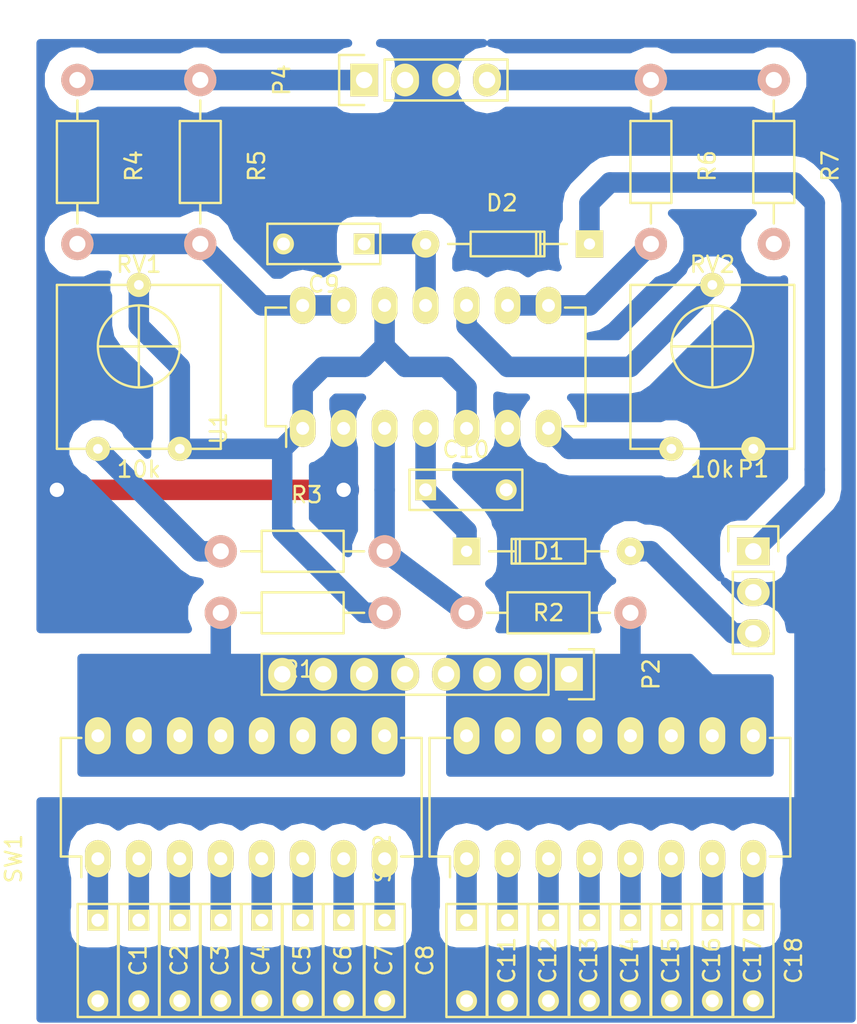
<source format=kicad_pcb>
(kicad_pcb (version 4) (host pcbnew "(2015-07-09 BZR 5913, Git 33e1797)-product")

  (general
    (links 89)
    (no_connects 5)
    (area 155.876191 72.289999 210.926311 133.910001)
    (thickness 1.6)
    (drawings 4)
    (tracks 80)
    (zones 0)
    (modules 35)
    (nets 33)
  )

  (page A4)
  (layers
    (0 F.Cu jumper)
    (31 B.Cu signal)
    (32 B.Adhes user)
    (33 F.Adhes user)
    (34 B.Paste user)
    (35 F.Paste user)
    (36 B.SilkS user)
    (37 F.SilkS user)
    (38 B.Mask user)
    (39 F.Mask user)
    (40 Dwgs.User user)
    (41 Cmts.User user)
    (42 Eco1.User user)
    (43 Eco2.User user)
    (44 Edge.Cuts user)
    (45 Margin user)
    (46 B.CrtYd user)
    (47 F.CrtYd user)
    (48 B.Fab user)
    (49 F.Fab user)
  )

  (setup
    (last_trace_width 1.27)
    (trace_clearance 0.635)
    (zone_clearance 1.016)
    (zone_45_only no)
    (trace_min 0.2)
    (segment_width 0.2)
    (edge_width 0.1)
    (via_size 1.905)
    (via_drill 0.889)
    (via_min_size 0.4)
    (via_min_drill 0.3)
    (uvia_size 1.905)
    (uvia_drill 0.889)
    (uvias_allowed no)
    (uvia_min_size 0.2)
    (uvia_min_drill 0.1)
    (pcb_text_width 0.3)
    (pcb_text_size 1.5 1.5)
    (mod_edge_width 0.15)
    (mod_text_size 1 1)
    (mod_text_width 0.15)
    (pad_size 1.5 1.5)
    (pad_drill 0.6)
    (pad_to_mask_clearance 0)
    (aux_axis_origin 0 0)
    (visible_elements 7FFFFFFF)
    (pcbplotparams
      (layerselection 0x00030_80000001)
      (usegerberextensions false)
      (excludeedgelayer true)
      (linewidth 0.100000)
      (plotframeref false)
      (viasonmask false)
      (mode 1)
      (useauxorigin false)
      (hpglpennumber 1)
      (hpglpenspeed 20)
      (hpglpendiameter 15)
      (hpglpenoverlay 2)
      (psnegative false)
      (psa4output false)
      (plotreference true)
      (plotvalue true)
      (plotinvisibletext false)
      (padsonsilk false)
      (subtractmaskfromsilk false)
      (outputformat 1)
      (mirror false)
      (drillshape 1)
      (scaleselection 1)
      (outputdirectory ""))
  )

  (net 0 "")
  (net 1 "Net-(C1-Pad1)")
  (net 2 GNDPWR)
  (net 3 "Net-(C2-Pad1)")
  (net 4 "Net-(C3-Pad1)")
  (net 5 "Net-(C4-Pad1)")
  (net 6 "Net-(C5-Pad1)")
  (net 7 "Net-(C6-Pad1)")
  (net 8 "Net-(C7-Pad1)")
  (net 9 "Net-(C8-Pad1)")
  (net 10 VSS)
  (net 11 VDD)
  (net 12 "Net-(D1-Pad2)")
  (net 13 "Net-(D2-Pad1)")
  (net 14 SinOut)
  (net 15 SqrOut)
  (net 16 "Net-(R1-Pad1)")
  (net 17 "Net-(R2-Pad1)")
  (net 18 "Net-(R3-Pad1)")
  (net 19 "Net-(R4-Pad2)")
  (net 20 "Net-(R6-Pad2)")
  (net 21 "Net-(RV2-Pad1)")
  (net 22 "Net-(RV2-Pad2)")
  (net 23 "Net-(C11-Pad1)")
  (net 24 "Net-(C12-Pad1)")
  (net 25 "Net-(C13-Pad1)")
  (net 26 "Net-(C14-Pad1)")
  (net 27 "Net-(C15-Pad1)")
  (net 28 "Net-(C16-Pad1)")
  (net 29 "Net-(C17-Pad1)")
  (net 30 "Net-(C18-Pad1)")
  (net 31 L2)
  (net 32 L1)

  (net_class Default "Questo è il gruppo di collegamenti predefinito"
    (clearance 0.635)
    (trace_width 1.27)
    (via_dia 1.905)
    (via_drill 0.889)
    (uvia_dia 1.905)
    (uvia_drill 0.889)
    (add_net GNDPWR)
    (add_net L1)
    (add_net L2)
    (add_net "Net-(C1-Pad1)")
    (add_net "Net-(C11-Pad1)")
    (add_net "Net-(C12-Pad1)")
    (add_net "Net-(C13-Pad1)")
    (add_net "Net-(C14-Pad1)")
    (add_net "Net-(C15-Pad1)")
    (add_net "Net-(C16-Pad1)")
    (add_net "Net-(C17-Pad1)")
    (add_net "Net-(C18-Pad1)")
    (add_net "Net-(C2-Pad1)")
    (add_net "Net-(C3-Pad1)")
    (add_net "Net-(C4-Pad1)")
    (add_net "Net-(C5-Pad1)")
    (add_net "Net-(C6-Pad1)")
    (add_net "Net-(C7-Pad1)")
    (add_net "Net-(C8-Pad1)")
    (add_net "Net-(D1-Pad2)")
    (add_net "Net-(D2-Pad1)")
    (add_net "Net-(R1-Pad1)")
    (add_net "Net-(R2-Pad1)")
    (add_net "Net-(R3-Pad1)")
    (add_net "Net-(R4-Pad2)")
    (add_net "Net-(R6-Pad2)")
    (add_net "Net-(RV2-Pad1)")
    (add_net "Net-(RV2-Pad2)")
    (add_net SinOut)
    (add_net SqrOut)
    (add_net VDD)
    (add_net VSS)
  )

  (module Capacitors_ThroughHole:C_Rect_L7_W2.5_P5 (layer F.Cu) (tedit 0) (tstamp 565B46E8)
    (at 163.83 127 270)
    (descr "Film Capacitor Length 7mm x Width 2.5mm, Pitch 5mm")
    (tags Capacitor)
    (path /565BB426)
    (fp_text reference C1 (at 2.5 -2.5 270) (layer F.SilkS)
      (effects (font (size 1 1) (thickness 0.15)))
    )
    (fp_text value 0.1n (at 2.5 2.5 270) (layer F.Fab)
      (effects (font (size 1 1) (thickness 0.15)))
    )
    (fp_line (start -1.25 -1.5) (end 6.25 -1.5) (layer F.CrtYd) (width 0.05))
    (fp_line (start 6.25 -1.5) (end 6.25 1.5) (layer F.CrtYd) (width 0.05))
    (fp_line (start 6.25 1.5) (end -1.25 1.5) (layer F.CrtYd) (width 0.05))
    (fp_line (start -1.25 1.5) (end -1.25 -1.5) (layer F.CrtYd) (width 0.05))
    (fp_line (start -1 -1.25) (end 6 -1.25) (layer F.SilkS) (width 0.15))
    (fp_line (start 6 -1.25) (end 6 1.25) (layer F.SilkS) (width 0.15))
    (fp_line (start 6 1.25) (end -1 1.25) (layer F.SilkS) (width 0.15))
    (fp_line (start -1 1.25) (end -1 -1.25) (layer F.SilkS) (width 0.15))
    (pad 1 thru_hole rect (at 0 0 270) (size 1.3 1.3) (drill 0.8) (layers *.Cu *.Mask F.SilkS)
      (net 1 "Net-(C1-Pad1)"))
    (pad 2 thru_hole circle (at 5 0 270) (size 1.3 1.3) (drill 0.8) (layers *.Cu *.Mask F.SilkS)
      (net 2 GNDPWR))
  )

  (module Capacitors_ThroughHole:C_Rect_L7_W2.5_P5 (layer F.Cu) (tedit 0) (tstamp 565B46EE)
    (at 166.37 127 270)
    (descr "Film Capacitor Length 7mm x Width 2.5mm, Pitch 5mm")
    (tags Capacitor)
    (path /565BB42C)
    (fp_text reference C2 (at 2.5 -2.5 270) (layer F.SilkS)
      (effects (font (size 1 1) (thickness 0.15)))
    )
    (fp_text value 0.47n (at 2.5 2.5 270) (layer F.Fab)
      (effects (font (size 1 1) (thickness 0.15)))
    )
    (fp_line (start -1.25 -1.5) (end 6.25 -1.5) (layer F.CrtYd) (width 0.05))
    (fp_line (start 6.25 -1.5) (end 6.25 1.5) (layer F.CrtYd) (width 0.05))
    (fp_line (start 6.25 1.5) (end -1.25 1.5) (layer F.CrtYd) (width 0.05))
    (fp_line (start -1.25 1.5) (end -1.25 -1.5) (layer F.CrtYd) (width 0.05))
    (fp_line (start -1 -1.25) (end 6 -1.25) (layer F.SilkS) (width 0.15))
    (fp_line (start 6 -1.25) (end 6 1.25) (layer F.SilkS) (width 0.15))
    (fp_line (start 6 1.25) (end -1 1.25) (layer F.SilkS) (width 0.15))
    (fp_line (start -1 1.25) (end -1 -1.25) (layer F.SilkS) (width 0.15))
    (pad 1 thru_hole rect (at 0 0 270) (size 1.3 1.3) (drill 0.8) (layers *.Cu *.Mask F.SilkS)
      (net 3 "Net-(C2-Pad1)"))
    (pad 2 thru_hole circle (at 5 0 270) (size 1.3 1.3) (drill 0.8) (layers *.Cu *.Mask F.SilkS)
      (net 2 GNDPWR))
  )

  (module Capacitors_ThroughHole:C_Rect_L7_W2.5_P5 (layer F.Cu) (tedit 0) (tstamp 565B46F4)
    (at 168.91 127 270)
    (descr "Film Capacitor Length 7mm x Width 2.5mm, Pitch 5mm")
    (tags Capacitor)
    (path /565BB432)
    (fp_text reference C3 (at 2.5 -2.5 270) (layer F.SilkS)
      (effects (font (size 1 1) (thickness 0.15)))
    )
    (fp_text value 1n (at 2.5 2.5 270) (layer F.Fab)
      (effects (font (size 1 1) (thickness 0.15)))
    )
    (fp_line (start -1.25 -1.5) (end 6.25 -1.5) (layer F.CrtYd) (width 0.05))
    (fp_line (start 6.25 -1.5) (end 6.25 1.5) (layer F.CrtYd) (width 0.05))
    (fp_line (start 6.25 1.5) (end -1.25 1.5) (layer F.CrtYd) (width 0.05))
    (fp_line (start -1.25 1.5) (end -1.25 -1.5) (layer F.CrtYd) (width 0.05))
    (fp_line (start -1 -1.25) (end 6 -1.25) (layer F.SilkS) (width 0.15))
    (fp_line (start 6 -1.25) (end 6 1.25) (layer F.SilkS) (width 0.15))
    (fp_line (start 6 1.25) (end -1 1.25) (layer F.SilkS) (width 0.15))
    (fp_line (start -1 1.25) (end -1 -1.25) (layer F.SilkS) (width 0.15))
    (pad 1 thru_hole rect (at 0 0 270) (size 1.3 1.3) (drill 0.8) (layers *.Cu *.Mask F.SilkS)
      (net 4 "Net-(C3-Pad1)"))
    (pad 2 thru_hole circle (at 5 0 270) (size 1.3 1.3) (drill 0.8) (layers *.Cu *.Mask F.SilkS)
      (net 2 GNDPWR))
  )

  (module Capacitors_ThroughHole:C_Rect_L7_W2.5_P5 (layer F.Cu) (tedit 0) (tstamp 565B46FA)
    (at 171.45 127 270)
    (descr "Film Capacitor Length 7mm x Width 2.5mm, Pitch 5mm")
    (tags Capacitor)
    (path /565BB438)
    (fp_text reference C4 (at 2.5 -2.5 270) (layer F.SilkS)
      (effects (font (size 1 1) (thickness 0.15)))
    )
    (fp_text value 4.7n (at 2.5 2.5 270) (layer F.Fab)
      (effects (font (size 1 1) (thickness 0.15)))
    )
    (fp_line (start -1.25 -1.5) (end 6.25 -1.5) (layer F.CrtYd) (width 0.05))
    (fp_line (start 6.25 -1.5) (end 6.25 1.5) (layer F.CrtYd) (width 0.05))
    (fp_line (start 6.25 1.5) (end -1.25 1.5) (layer F.CrtYd) (width 0.05))
    (fp_line (start -1.25 1.5) (end -1.25 -1.5) (layer F.CrtYd) (width 0.05))
    (fp_line (start -1 -1.25) (end 6 -1.25) (layer F.SilkS) (width 0.15))
    (fp_line (start 6 -1.25) (end 6 1.25) (layer F.SilkS) (width 0.15))
    (fp_line (start 6 1.25) (end -1 1.25) (layer F.SilkS) (width 0.15))
    (fp_line (start -1 1.25) (end -1 -1.25) (layer F.SilkS) (width 0.15))
    (pad 1 thru_hole rect (at 0 0 270) (size 1.3 1.3) (drill 0.8) (layers *.Cu *.Mask F.SilkS)
      (net 5 "Net-(C4-Pad1)"))
    (pad 2 thru_hole circle (at 5 0 270) (size 1.3 1.3) (drill 0.8) (layers *.Cu *.Mask F.SilkS)
      (net 2 GNDPWR))
  )

  (module Capacitors_ThroughHole:C_Rect_L7_W2.5_P5 (layer F.Cu) (tedit 0) (tstamp 565B4700)
    (at 173.99 127 270)
    (descr "Film Capacitor Length 7mm x Width 2.5mm, Pitch 5mm")
    (tags Capacitor)
    (path /565BB28A)
    (fp_text reference C5 (at 2.5 -2.5 270) (layer F.SilkS)
      (effects (font (size 1 1) (thickness 0.15)))
    )
    (fp_text value 10n (at 2.5 2.5 270) (layer F.Fab)
      (effects (font (size 1 1) (thickness 0.15)))
    )
    (fp_line (start -1.25 -1.5) (end 6.25 -1.5) (layer F.CrtYd) (width 0.05))
    (fp_line (start 6.25 -1.5) (end 6.25 1.5) (layer F.CrtYd) (width 0.05))
    (fp_line (start 6.25 1.5) (end -1.25 1.5) (layer F.CrtYd) (width 0.05))
    (fp_line (start -1.25 1.5) (end -1.25 -1.5) (layer F.CrtYd) (width 0.05))
    (fp_line (start -1 -1.25) (end 6 -1.25) (layer F.SilkS) (width 0.15))
    (fp_line (start 6 -1.25) (end 6 1.25) (layer F.SilkS) (width 0.15))
    (fp_line (start 6 1.25) (end -1 1.25) (layer F.SilkS) (width 0.15))
    (fp_line (start -1 1.25) (end -1 -1.25) (layer F.SilkS) (width 0.15))
    (pad 1 thru_hole rect (at 0 0 270) (size 1.3 1.3) (drill 0.8) (layers *.Cu *.Mask F.SilkS)
      (net 6 "Net-(C5-Pad1)"))
    (pad 2 thru_hole circle (at 5 0 270) (size 1.3 1.3) (drill 0.8) (layers *.Cu *.Mask F.SilkS)
      (net 2 GNDPWR))
  )

  (module Capacitors_ThroughHole:C_Rect_L7_W2.5_P5 (layer F.Cu) (tedit 0) (tstamp 565B4706)
    (at 176.53 127 270)
    (descr "Film Capacitor Length 7mm x Width 2.5mm, Pitch 5mm")
    (tags Capacitor)
    (path /565BB2F8)
    (fp_text reference C6 (at 2.5 -2.5 270) (layer F.SilkS)
      (effects (font (size 1 1) (thickness 0.15)))
    )
    (fp_text value 47n (at 2.5 2.5 270) (layer F.Fab)
      (effects (font (size 1 1) (thickness 0.15)))
    )
    (fp_line (start -1.25 -1.5) (end 6.25 -1.5) (layer F.CrtYd) (width 0.05))
    (fp_line (start 6.25 -1.5) (end 6.25 1.5) (layer F.CrtYd) (width 0.05))
    (fp_line (start 6.25 1.5) (end -1.25 1.5) (layer F.CrtYd) (width 0.05))
    (fp_line (start -1.25 1.5) (end -1.25 -1.5) (layer F.CrtYd) (width 0.05))
    (fp_line (start -1 -1.25) (end 6 -1.25) (layer F.SilkS) (width 0.15))
    (fp_line (start 6 -1.25) (end 6 1.25) (layer F.SilkS) (width 0.15))
    (fp_line (start 6 1.25) (end -1 1.25) (layer F.SilkS) (width 0.15))
    (fp_line (start -1 1.25) (end -1 -1.25) (layer F.SilkS) (width 0.15))
    (pad 1 thru_hole rect (at 0 0 270) (size 1.3 1.3) (drill 0.8) (layers *.Cu *.Mask F.SilkS)
      (net 7 "Net-(C6-Pad1)"))
    (pad 2 thru_hole circle (at 5 0 270) (size 1.3 1.3) (drill 0.8) (layers *.Cu *.Mask F.SilkS)
      (net 2 GNDPWR))
  )

  (module Capacitors_ThroughHole:C_Rect_L7_W2.5_P5 (layer F.Cu) (tedit 0) (tstamp 565B470C)
    (at 179.07 127 270)
    (descr "Film Capacitor Length 7mm x Width 2.5mm, Pitch 5mm")
    (tags Capacitor)
    (path /565BB392)
    (fp_text reference C7 (at 2.5 -2.5 270) (layer F.SilkS)
      (effects (font (size 1 1) (thickness 0.15)))
    )
    (fp_text value 0.1u (at 2.5 2.5 270) (layer F.Fab)
      (effects (font (size 1 1) (thickness 0.15)))
    )
    (fp_line (start -1.25 -1.5) (end 6.25 -1.5) (layer F.CrtYd) (width 0.05))
    (fp_line (start 6.25 -1.5) (end 6.25 1.5) (layer F.CrtYd) (width 0.05))
    (fp_line (start 6.25 1.5) (end -1.25 1.5) (layer F.CrtYd) (width 0.05))
    (fp_line (start -1.25 1.5) (end -1.25 -1.5) (layer F.CrtYd) (width 0.05))
    (fp_line (start -1 -1.25) (end 6 -1.25) (layer F.SilkS) (width 0.15))
    (fp_line (start 6 -1.25) (end 6 1.25) (layer F.SilkS) (width 0.15))
    (fp_line (start 6 1.25) (end -1 1.25) (layer F.SilkS) (width 0.15))
    (fp_line (start -1 1.25) (end -1 -1.25) (layer F.SilkS) (width 0.15))
    (pad 1 thru_hole rect (at 0 0 270) (size 1.3 1.3) (drill 0.8) (layers *.Cu *.Mask F.SilkS)
      (net 8 "Net-(C7-Pad1)"))
    (pad 2 thru_hole circle (at 5 0 270) (size 1.3 1.3) (drill 0.8) (layers *.Cu *.Mask F.SilkS)
      (net 2 GNDPWR))
  )

  (module Capacitors_ThroughHole:C_Rect_L7_W2.5_P5 (layer F.Cu) (tedit 0) (tstamp 565B4712)
    (at 181.61 127 270)
    (descr "Film Capacitor Length 7mm x Width 2.5mm, Pitch 5mm")
    (tags Capacitor)
    (path /565BB398)
    (fp_text reference C8 (at 2.5 -2.5 270) (layer F.SilkS)
      (effects (font (size 1 1) (thickness 0.15)))
    )
    (fp_text value 0.47u (at 2.5 2.5 270) (layer F.Fab)
      (effects (font (size 1 1) (thickness 0.15)))
    )
    (fp_line (start -1.25 -1.5) (end 6.25 -1.5) (layer F.CrtYd) (width 0.05))
    (fp_line (start 6.25 -1.5) (end 6.25 1.5) (layer F.CrtYd) (width 0.05))
    (fp_line (start 6.25 1.5) (end -1.25 1.5) (layer F.CrtYd) (width 0.05))
    (fp_line (start -1.25 1.5) (end -1.25 -1.5) (layer F.CrtYd) (width 0.05))
    (fp_line (start -1 -1.25) (end 6 -1.25) (layer F.SilkS) (width 0.15))
    (fp_line (start 6 -1.25) (end 6 1.25) (layer F.SilkS) (width 0.15))
    (fp_line (start 6 1.25) (end -1 1.25) (layer F.SilkS) (width 0.15))
    (fp_line (start -1 1.25) (end -1 -1.25) (layer F.SilkS) (width 0.15))
    (pad 1 thru_hole rect (at 0 0 270) (size 1.3 1.3) (drill 0.8) (layers *.Cu *.Mask F.SilkS)
      (net 9 "Net-(C8-Pad1)"))
    (pad 2 thru_hole circle (at 5 0 270) (size 1.3 1.3) (drill 0.8) (layers *.Cu *.Mask F.SilkS)
      (net 2 GNDPWR))
  )

  (module Capacitors_ThroughHole:C_Rect_L7_W2.5_P5 (layer F.Cu) (tedit 0) (tstamp 565B4718)
    (at 180.34 85.09 180)
    (descr "Film Capacitor Length 7mm x Width 2.5mm, Pitch 5mm")
    (tags Capacitor)
    (path /565C4AE4)
    (fp_text reference C9 (at 2.5 -2.5 180) (layer F.SilkS)
      (effects (font (size 1 1) (thickness 0.15)))
    )
    (fp_text value 100n (at 2.5 2.5 180) (layer F.Fab)
      (effects (font (size 1 1) (thickness 0.15)))
    )
    (fp_line (start -1.25 -1.5) (end 6.25 -1.5) (layer F.CrtYd) (width 0.05))
    (fp_line (start 6.25 -1.5) (end 6.25 1.5) (layer F.CrtYd) (width 0.05))
    (fp_line (start 6.25 1.5) (end -1.25 1.5) (layer F.CrtYd) (width 0.05))
    (fp_line (start -1.25 1.5) (end -1.25 -1.5) (layer F.CrtYd) (width 0.05))
    (fp_line (start -1 -1.25) (end 6 -1.25) (layer F.SilkS) (width 0.15))
    (fp_line (start 6 -1.25) (end 6 1.25) (layer F.SilkS) (width 0.15))
    (fp_line (start 6 1.25) (end -1 1.25) (layer F.SilkS) (width 0.15))
    (fp_line (start -1 1.25) (end -1 -1.25) (layer F.SilkS) (width 0.15))
    (pad 1 thru_hole rect (at 0 0 180) (size 1.3 1.3) (drill 0.8) (layers *.Cu *.Mask F.SilkS)
      (net 10 VSS))
    (pad 2 thru_hole circle (at 5 0 180) (size 1.3 1.3) (drill 0.8) (layers *.Cu *.Mask F.SilkS)
      (net 2 GNDPWR))
  )

  (module Capacitors_ThroughHole:C_Rect_L7_W2.5_P5 (layer F.Cu) (tedit 0) (tstamp 565B471E)
    (at 184.15 100.33)
    (descr "Film Capacitor Length 7mm x Width 2.5mm, Pitch 5mm")
    (tags Capacitor)
    (path /565C4A37)
    (fp_text reference C10 (at 2.5 -2.5) (layer F.SilkS)
      (effects (font (size 1 1) (thickness 0.15)))
    )
    (fp_text value 100n (at 2.5 2.5) (layer F.Fab)
      (effects (font (size 1 1) (thickness 0.15)))
    )
    (fp_line (start -1.25 -1.5) (end 6.25 -1.5) (layer F.CrtYd) (width 0.05))
    (fp_line (start 6.25 -1.5) (end 6.25 1.5) (layer F.CrtYd) (width 0.05))
    (fp_line (start 6.25 1.5) (end -1.25 1.5) (layer F.CrtYd) (width 0.05))
    (fp_line (start -1.25 1.5) (end -1.25 -1.5) (layer F.CrtYd) (width 0.05))
    (fp_line (start -1 -1.25) (end 6 -1.25) (layer F.SilkS) (width 0.15))
    (fp_line (start 6 -1.25) (end 6 1.25) (layer F.SilkS) (width 0.15))
    (fp_line (start 6 1.25) (end -1 1.25) (layer F.SilkS) (width 0.15))
    (fp_line (start -1 1.25) (end -1 -1.25) (layer F.SilkS) (width 0.15))
    (pad 1 thru_hole rect (at 0 0) (size 1.3 1.3) (drill 0.8) (layers *.Cu *.Mask F.SilkS)
      (net 11 VDD))
    (pad 2 thru_hole circle (at 5 0) (size 1.3 1.3) (drill 0.8) (layers *.Cu *.Mask F.SilkS)
      (net 2 GNDPWR))
  )

  (module Diodes_ThroughHole:Diode_DO-35_SOD27_Horizontal_RM10 (layer F.Cu) (tedit 565B65A0) (tstamp 565B4724)
    (at 186.69 104.14)
    (descr "Diode, DO-35,  SOD27, Horizontal, RM 10mm")
    (tags "Diode, DO-35, SOD27, Horizontal, RM 10mm, 1N4148,")
    (path /565C7E2D)
    (fp_text reference D1 (at 5.08 0) (layer F.SilkS)
      (effects (font (size 1 1) (thickness 0.15)))
    )
    (fp_text value 1n4148 (at 4.41452 -3.55854) (layer F.Fab)
      (effects (font (size 1 1) (thickness 0.15)))
    )
    (fp_line (start 7.36652 -0.00254) (end 8.76352 -0.00254) (layer F.SilkS) (width 0.15))
    (fp_line (start 2.92152 -0.00254) (end 1.39752 -0.00254) (layer F.SilkS) (width 0.15))
    (fp_line (start 3.30252 -0.76454) (end 3.30252 0.75946) (layer F.SilkS) (width 0.15))
    (fp_line (start 3.04852 -0.76454) (end 3.04852 0.75946) (layer F.SilkS) (width 0.15))
    (fp_line (start 2.79452 -0.00254) (end 2.79452 0.75946) (layer F.SilkS) (width 0.15))
    (fp_line (start 2.79452 0.75946) (end 7.36652 0.75946) (layer F.SilkS) (width 0.15))
    (fp_line (start 7.36652 0.75946) (end 7.36652 -0.76454) (layer F.SilkS) (width 0.15))
    (fp_line (start 7.36652 -0.76454) (end 2.79452 -0.76454) (layer F.SilkS) (width 0.15))
    (fp_line (start 2.79452 -0.76454) (end 2.79452 -0.00254) (layer F.SilkS) (width 0.15))
    (pad 2 thru_hole circle (at 10.16052 -0.00254 180) (size 1.69926 1.69926) (drill 0.70104) (layers *.Cu *.Mask F.SilkS)
      (net 12 "Net-(D1-Pad2)"))
    (pad 1 thru_hole rect (at 0.00052 -0.00254 180) (size 1.69926 1.69926) (drill 0.70104) (layers *.Cu *.Mask F.SilkS)
      (net 11 VDD))
    (model Diodes_ThroughHole.3dshapes/Diode_DO-35_SOD27_Horizontal_RM10.wrl
      (at (xyz 0.2 0 0))
      (scale (xyz 0.4 0.4 0.4))
      (rotate (xyz 0 0 180))
    )
  )

  (module Diodes_ThroughHole:Diode_DO-35_SOD27_Horizontal_RM10 (layer F.Cu) (tedit 552FFC30) (tstamp 565B472A)
    (at 194.31 85.09 180)
    (descr "Diode, DO-35,  SOD27, Horizontal, RM 10mm")
    (tags "Diode, DO-35, SOD27, Horizontal, RM 10mm, 1N4148,")
    (path /565C7EAA)
    (fp_text reference D2 (at 5.43052 2.53746 180) (layer F.SilkS)
      (effects (font (size 1 1) (thickness 0.15)))
    )
    (fp_text value 1n4148 (at 4.41452 -3.55854 180) (layer F.Fab)
      (effects (font (size 1 1) (thickness 0.15)))
    )
    (fp_line (start 7.36652 -0.00254) (end 8.76352 -0.00254) (layer F.SilkS) (width 0.15))
    (fp_line (start 2.92152 -0.00254) (end 1.39752 -0.00254) (layer F.SilkS) (width 0.15))
    (fp_line (start 3.30252 -0.76454) (end 3.30252 0.75946) (layer F.SilkS) (width 0.15))
    (fp_line (start 3.04852 -0.76454) (end 3.04852 0.75946) (layer F.SilkS) (width 0.15))
    (fp_line (start 2.79452 -0.00254) (end 2.79452 0.75946) (layer F.SilkS) (width 0.15))
    (fp_line (start 2.79452 0.75946) (end 7.36652 0.75946) (layer F.SilkS) (width 0.15))
    (fp_line (start 7.36652 0.75946) (end 7.36652 -0.76454) (layer F.SilkS) (width 0.15))
    (fp_line (start 7.36652 -0.76454) (end 2.79452 -0.76454) (layer F.SilkS) (width 0.15))
    (fp_line (start 2.79452 -0.76454) (end 2.79452 -0.00254) (layer F.SilkS) (width 0.15))
    (pad 2 thru_hole circle (at 10.16052 -0.00254) (size 1.69926 1.69926) (drill 0.70104) (layers *.Cu *.Mask F.SilkS)
      (net 10 VSS))
    (pad 1 thru_hole rect (at 0.00052 -0.00254) (size 1.69926 1.69926) (drill 0.70104) (layers *.Cu *.Mask F.SilkS)
      (net 13 "Net-(D2-Pad1)"))
    (model Diodes_ThroughHole.3dshapes/Diode_DO-35_SOD27_Horizontal_RM10.wrl
      (at (xyz 0.2 0 0))
      (scale (xyz 0.4 0.4 0.4))
      (rotate (xyz 0 0 180))
    )
  )

  (module Pin_Headers:Pin_Header_Straight_1x03 (layer F.Cu) (tedit 0) (tstamp 565B4731)
    (at 204.47 104.14)
    (descr "Through hole pin header")
    (tags "pin header")
    (path /565C7DB0)
    (fp_text reference P1 (at 0 -5.1) (layer F.SilkS)
      (effects (font (size 1 1) (thickness 0.15)))
    )
    (fp_text value CONN_01X03 (at 0 -3.1) (layer F.Fab)
      (effects (font (size 1 1) (thickness 0.15)))
    )
    (fp_line (start -1.75 -1.75) (end -1.75 6.85) (layer F.CrtYd) (width 0.05))
    (fp_line (start 1.75 -1.75) (end 1.75 6.85) (layer F.CrtYd) (width 0.05))
    (fp_line (start -1.75 -1.75) (end 1.75 -1.75) (layer F.CrtYd) (width 0.05))
    (fp_line (start -1.75 6.85) (end 1.75 6.85) (layer F.CrtYd) (width 0.05))
    (fp_line (start -1.27 1.27) (end -1.27 6.35) (layer F.SilkS) (width 0.15))
    (fp_line (start -1.27 6.35) (end 1.27 6.35) (layer F.SilkS) (width 0.15))
    (fp_line (start 1.27 6.35) (end 1.27 1.27) (layer F.SilkS) (width 0.15))
    (fp_line (start 1.55 -1.55) (end 1.55 0) (layer F.SilkS) (width 0.15))
    (fp_line (start 1.27 1.27) (end -1.27 1.27) (layer F.SilkS) (width 0.15))
    (fp_line (start -1.55 0) (end -1.55 -1.55) (layer F.SilkS) (width 0.15))
    (fp_line (start -1.55 -1.55) (end 1.55 -1.55) (layer F.SilkS) (width 0.15))
    (pad 1 thru_hole rect (at 0 0) (size 2.032 1.7272) (drill 1.016) (layers *.Cu *.Mask F.SilkS)
      (net 13 "Net-(D2-Pad1)"))
    (pad 2 thru_hole oval (at 0 2.54) (size 2.032 1.7272) (drill 1.016) (layers *.Cu *.Mask F.SilkS)
      (net 2 GNDPWR))
    (pad 3 thru_hole oval (at 0 5.08) (size 2.032 1.7272) (drill 1.016) (layers *.Cu *.Mask F.SilkS)
      (net 12 "Net-(D1-Pad2)"))
    (model Pin_Headers.3dshapes/Pin_Header_Straight_1x03.wrl
      (at (xyz 0 -0.1 0))
      (scale (xyz 1 1 1))
      (rotate (xyz 0 0 90))
    )
  )

  (module Pin_Headers:Pin_Header_Straight_1x04 (layer F.Cu) (tedit 0) (tstamp 565B4749)
    (at 180.34 74.93 90)
    (descr "Through hole pin header")
    (tags "pin header")
    (path /565D5B9C)
    (fp_text reference P4 (at 0 -5.1 90) (layer F.SilkS)
      (effects (font (size 1 1) (thickness 0.15)))
    )
    (fp_text value CONN_01X04 (at 0 -3.1 90) (layer F.Fab)
      (effects (font (size 1 1) (thickness 0.15)))
    )
    (fp_line (start -1.75 -1.75) (end -1.75 9.4) (layer F.CrtYd) (width 0.05))
    (fp_line (start 1.75 -1.75) (end 1.75 9.4) (layer F.CrtYd) (width 0.05))
    (fp_line (start -1.75 -1.75) (end 1.75 -1.75) (layer F.CrtYd) (width 0.05))
    (fp_line (start -1.75 9.4) (end 1.75 9.4) (layer F.CrtYd) (width 0.05))
    (fp_line (start -1.27 1.27) (end -1.27 8.89) (layer F.SilkS) (width 0.15))
    (fp_line (start 1.27 1.27) (end 1.27 8.89) (layer F.SilkS) (width 0.15))
    (fp_line (start 1.55 -1.55) (end 1.55 0) (layer F.SilkS) (width 0.15))
    (fp_line (start -1.27 8.89) (end 1.27 8.89) (layer F.SilkS) (width 0.15))
    (fp_line (start 1.27 1.27) (end -1.27 1.27) (layer F.SilkS) (width 0.15))
    (fp_line (start -1.55 0) (end -1.55 -1.55) (layer F.SilkS) (width 0.15))
    (fp_line (start -1.55 -1.55) (end 1.55 -1.55) (layer F.SilkS) (width 0.15))
    (pad 1 thru_hole rect (at 0 0 90) (size 2.032 1.7272) (drill 1.016) (layers *.Cu *.Mask F.SilkS)
      (net 14 SinOut))
    (pad 2 thru_hole oval (at 0 2.54 90) (size 2.032 1.7272) (drill 1.016) (layers *.Cu *.Mask F.SilkS)
      (net 2 GNDPWR))
    (pad 3 thru_hole oval (at 0 5.08 90) (size 2.032 1.7272) (drill 1.016) (layers *.Cu *.Mask F.SilkS)
      (net 2 GNDPWR))
    (pad 4 thru_hole oval (at 0 7.62 90) (size 2.032 1.7272) (drill 1.016) (layers *.Cu *.Mask F.SilkS)
      (net 15 SqrOut))
    (model Pin_Headers.3dshapes/Pin_Header_Straight_1x04.wrl
      (at (xyz 0 -0.15 0))
      (scale (xyz 1 1 1))
      (rotate (xyz 0 0 90))
    )
  )

  (module Resistors_ThroughHole:Resistor_Horizontal_RM10mm (layer F.Cu) (tedit 53F56209) (tstamp 565B474F)
    (at 176.53 107.95 180)
    (descr "Resistor, Axial,  RM 10mm, 1/3W,")
    (tags "Resistor, Axial, RM 10mm, 1/3W,")
    (path /565B2A7F)
    (fp_text reference R1 (at 0.24892 -3.50012 180) (layer F.SilkS)
      (effects (font (size 1 1) (thickness 0.15)))
    )
    (fp_text value 470 (at 3.81 3.81 180) (layer F.Fab)
      (effects (font (size 1 1) (thickness 0.15)))
    )
    (fp_line (start -2.54 -1.27) (end 2.54 -1.27) (layer F.SilkS) (width 0.15))
    (fp_line (start 2.54 -1.27) (end 2.54 1.27) (layer F.SilkS) (width 0.15))
    (fp_line (start 2.54 1.27) (end -2.54 1.27) (layer F.SilkS) (width 0.15))
    (fp_line (start -2.54 1.27) (end -2.54 -1.27) (layer F.SilkS) (width 0.15))
    (fp_line (start -2.54 0) (end -3.81 0) (layer F.SilkS) (width 0.15))
    (fp_line (start 2.54 0) (end 3.81 0) (layer F.SilkS) (width 0.15))
    (pad 1 thru_hole circle (at -5.08 0 180) (size 1.99898 1.99898) (drill 1.00076) (layers *.Cu *.SilkS *.Mask)
      (net 16 "Net-(R1-Pad1)"))
    (pad 2 thru_hole circle (at 5.08 0 180) (size 1.99898 1.99898) (drill 1.00076) (layers *.Cu *.SilkS *.Mask)
      (net 32 L1))
    (model Resistors_ThroughHole.3dshapes/Resistor_Horizontal_RM10mm.wrl
      (at (xyz 0 0 0))
      (scale (xyz 0.4 0.4 0.4))
      (rotate (xyz 0 0 0))
    )
  )

  (module Resistors_ThroughHole:Resistor_Horizontal_RM10mm (layer F.Cu) (tedit 565B659E) (tstamp 565B4755)
    (at 191.77 107.95)
    (descr "Resistor, Axial,  RM 10mm, 1/3W,")
    (tags "Resistor, Axial, RM 10mm, 1/3W,")
    (path /565B29BA)
    (fp_text reference R2 (at 0 0) (layer F.SilkS)
      (effects (font (size 1 1) (thickness 0.15)))
    )
    (fp_text value 1k (at 3.81 3.81) (layer F.Fab)
      (effects (font (size 1 1) (thickness 0.15)))
    )
    (fp_line (start -2.54 -1.27) (end 2.54 -1.27) (layer F.SilkS) (width 0.15))
    (fp_line (start 2.54 -1.27) (end 2.54 1.27) (layer F.SilkS) (width 0.15))
    (fp_line (start 2.54 1.27) (end -2.54 1.27) (layer F.SilkS) (width 0.15))
    (fp_line (start -2.54 1.27) (end -2.54 -1.27) (layer F.SilkS) (width 0.15))
    (fp_line (start -2.54 0) (end -3.81 0) (layer F.SilkS) (width 0.15))
    (fp_line (start 2.54 0) (end 3.81 0) (layer F.SilkS) (width 0.15))
    (pad 1 thru_hole circle (at -5.08 0) (size 1.99898 1.99898) (drill 1.00076) (layers *.Cu *.SilkS *.Mask)
      (net 17 "Net-(R2-Pad1)"))
    (pad 2 thru_hole circle (at 5.08 0) (size 1.99898 1.99898) (drill 1.00076) (layers *.Cu *.SilkS *.Mask)
      (net 31 L2))
    (model Resistors_ThroughHole.3dshapes/Resistor_Horizontal_RM10mm.wrl
      (at (xyz 0 0 0))
      (scale (xyz 0.4 0.4 0.4))
      (rotate (xyz 0 0 0))
    )
  )

  (module Resistors_ThroughHole:Resistor_Horizontal_RM10mm (layer F.Cu) (tedit 53F56209) (tstamp 565B475B)
    (at 176.53 104.14)
    (descr "Resistor, Axial,  RM 10mm, 1/3W,")
    (tags "Resistor, Axial, RM 10mm, 1/3W,")
    (path /565C1FF0)
    (fp_text reference R3 (at 0.24892 -3.50012) (layer F.SilkS)
      (effects (font (size 1 1) (thickness 0.15)))
    )
    (fp_text value 2.2k (at 3.81 3.81) (layer F.Fab)
      (effects (font (size 1 1) (thickness 0.15)))
    )
    (fp_line (start -2.54 -1.27) (end 2.54 -1.27) (layer F.SilkS) (width 0.15))
    (fp_line (start 2.54 -1.27) (end 2.54 1.27) (layer F.SilkS) (width 0.15))
    (fp_line (start 2.54 1.27) (end -2.54 1.27) (layer F.SilkS) (width 0.15))
    (fp_line (start -2.54 1.27) (end -2.54 -1.27) (layer F.SilkS) (width 0.15))
    (fp_line (start -2.54 0) (end -3.81 0) (layer F.SilkS) (width 0.15))
    (fp_line (start 2.54 0) (end 3.81 0) (layer F.SilkS) (width 0.15))
    (pad 1 thru_hole circle (at -5.08 0) (size 1.99898 1.99898) (drill 1.00076) (layers *.Cu *.SilkS *.Mask)
      (net 18 "Net-(R3-Pad1)"))
    (pad 2 thru_hole circle (at 5.08 0) (size 1.99898 1.99898) (drill 1.00076) (layers *.Cu *.SilkS *.Mask)
      (net 17 "Net-(R2-Pad1)"))
    (model Resistors_ThroughHole.3dshapes/Resistor_Horizontal_RM10mm.wrl
      (at (xyz 0 0 0))
      (scale (xyz 0.4 0.4 0.4))
      (rotate (xyz 0 0 0))
    )
  )

  (module Resistors_ThroughHole:Resistor_Horizontal_RM10mm (layer F.Cu) (tedit 53F56209) (tstamp 565B4761)
    (at 162.56 80.01 270)
    (descr "Resistor, Axial,  RM 10mm, 1/3W,")
    (tags "Resistor, Axial, RM 10mm, 1/3W,")
    (path /565B337E)
    (fp_text reference R4 (at 0.24892 -3.50012 270) (layer F.SilkS)
      (effects (font (size 1 1) (thickness 0.15)))
    )
    (fp_text value 100 (at 3.81 3.81 270) (layer F.Fab)
      (effects (font (size 1 1) (thickness 0.15)))
    )
    (fp_line (start -2.54 -1.27) (end 2.54 -1.27) (layer F.SilkS) (width 0.15))
    (fp_line (start 2.54 -1.27) (end 2.54 1.27) (layer F.SilkS) (width 0.15))
    (fp_line (start 2.54 1.27) (end -2.54 1.27) (layer F.SilkS) (width 0.15))
    (fp_line (start -2.54 1.27) (end -2.54 -1.27) (layer F.SilkS) (width 0.15))
    (fp_line (start -2.54 0) (end -3.81 0) (layer F.SilkS) (width 0.15))
    (fp_line (start 2.54 0) (end 3.81 0) (layer F.SilkS) (width 0.15))
    (pad 1 thru_hole circle (at -5.08 0 270) (size 1.99898 1.99898) (drill 1.00076) (layers *.Cu *.SilkS *.Mask)
      (net 14 SinOut))
    (pad 2 thru_hole circle (at 5.08 0 270) (size 1.99898 1.99898) (drill 1.00076) (layers *.Cu *.SilkS *.Mask)
      (net 19 "Net-(R4-Pad2)"))
    (model Resistors_ThroughHole.3dshapes/Resistor_Horizontal_RM10mm.wrl
      (at (xyz 0 0 0))
      (scale (xyz 0.4 0.4 0.4))
      (rotate (xyz 0 0 0))
    )
  )

  (module Resistors_ThroughHole:Resistor_Horizontal_RM10mm (layer F.Cu) (tedit 53F56209) (tstamp 565B4767)
    (at 170.18 80.01 270)
    (descr "Resistor, Axial,  RM 10mm, 1/3W,")
    (tags "Resistor, Axial, RM 10mm, 1/3W,")
    (path /565B33C4)
    (fp_text reference R5 (at 0.24892 -3.50012 270) (layer F.SilkS)
      (effects (font (size 1 1) (thickness 0.15)))
    )
    (fp_text value 100 (at 3.81 3.81 270) (layer F.Fab)
      (effects (font (size 1 1) (thickness 0.15)))
    )
    (fp_line (start -2.54 -1.27) (end 2.54 -1.27) (layer F.SilkS) (width 0.15))
    (fp_line (start 2.54 -1.27) (end 2.54 1.27) (layer F.SilkS) (width 0.15))
    (fp_line (start 2.54 1.27) (end -2.54 1.27) (layer F.SilkS) (width 0.15))
    (fp_line (start -2.54 1.27) (end -2.54 -1.27) (layer F.SilkS) (width 0.15))
    (fp_line (start -2.54 0) (end -3.81 0) (layer F.SilkS) (width 0.15))
    (fp_line (start 2.54 0) (end 3.81 0) (layer F.SilkS) (width 0.15))
    (pad 1 thru_hole circle (at -5.08 0 270) (size 1.99898 1.99898) (drill 1.00076) (layers *.Cu *.SilkS *.Mask)
      (net 14 SinOut))
    (pad 2 thru_hole circle (at 5.08 0 270) (size 1.99898 1.99898) (drill 1.00076) (layers *.Cu *.SilkS *.Mask)
      (net 19 "Net-(R4-Pad2)"))
    (model Resistors_ThroughHole.3dshapes/Resistor_Horizontal_RM10mm.wrl
      (at (xyz 0 0 0))
      (scale (xyz 0.4 0.4 0.4))
      (rotate (xyz 0 0 0))
    )
  )

  (module Resistors_ThroughHole:Resistor_Horizontal_RM10mm (layer F.Cu) (tedit 53F56209) (tstamp 565B476D)
    (at 198.12 80.01 270)
    (descr "Resistor, Axial,  RM 10mm, 1/3W,")
    (tags "Resistor, Axial, RM 10mm, 1/3W,")
    (path /565C010C)
    (fp_text reference R6 (at 0.24892 -3.50012 270) (layer F.SilkS)
      (effects (font (size 1 1) (thickness 0.15)))
    )
    (fp_text value 100 (at 3.81 3.81 270) (layer F.Fab)
      (effects (font (size 1 1) (thickness 0.15)))
    )
    (fp_line (start -2.54 -1.27) (end 2.54 -1.27) (layer F.SilkS) (width 0.15))
    (fp_line (start 2.54 -1.27) (end 2.54 1.27) (layer F.SilkS) (width 0.15))
    (fp_line (start 2.54 1.27) (end -2.54 1.27) (layer F.SilkS) (width 0.15))
    (fp_line (start -2.54 1.27) (end -2.54 -1.27) (layer F.SilkS) (width 0.15))
    (fp_line (start -2.54 0) (end -3.81 0) (layer F.SilkS) (width 0.15))
    (fp_line (start 2.54 0) (end 3.81 0) (layer F.SilkS) (width 0.15))
    (pad 1 thru_hole circle (at -5.08 0 270) (size 1.99898 1.99898) (drill 1.00076) (layers *.Cu *.SilkS *.Mask)
      (net 15 SqrOut))
    (pad 2 thru_hole circle (at 5.08 0 270) (size 1.99898 1.99898) (drill 1.00076) (layers *.Cu *.SilkS *.Mask)
      (net 20 "Net-(R6-Pad2)"))
    (model Resistors_ThroughHole.3dshapes/Resistor_Horizontal_RM10mm.wrl
      (at (xyz 0 0 0))
      (scale (xyz 0.4 0.4 0.4))
      (rotate (xyz 0 0 0))
    )
  )

  (module Resistors_ThroughHole:Resistor_Horizontal_RM10mm (layer F.Cu) (tedit 53F56209) (tstamp 565B4773)
    (at 205.74 80.01 270)
    (descr "Resistor, Axial,  RM 10mm, 1/3W,")
    (tags "Resistor, Axial, RM 10mm, 1/3W,")
    (path /565C0112)
    (fp_text reference R7 (at 0.24892 -3.50012 270) (layer F.SilkS)
      (effects (font (size 1 1) (thickness 0.15)))
    )
    (fp_text value 100 (at 3.81 3.81 270) (layer F.Fab)
      (effects (font (size 1 1) (thickness 0.15)))
    )
    (fp_line (start -2.54 -1.27) (end 2.54 -1.27) (layer F.SilkS) (width 0.15))
    (fp_line (start 2.54 -1.27) (end 2.54 1.27) (layer F.SilkS) (width 0.15))
    (fp_line (start 2.54 1.27) (end -2.54 1.27) (layer F.SilkS) (width 0.15))
    (fp_line (start -2.54 1.27) (end -2.54 -1.27) (layer F.SilkS) (width 0.15))
    (fp_line (start -2.54 0) (end -3.81 0) (layer F.SilkS) (width 0.15))
    (fp_line (start 2.54 0) (end 3.81 0) (layer F.SilkS) (width 0.15))
    (pad 1 thru_hole circle (at -5.08 0 270) (size 1.99898 1.99898) (drill 1.00076) (layers *.Cu *.SilkS *.Mask)
      (net 15 SqrOut))
    (pad 2 thru_hole circle (at 5.08 0 270) (size 1.99898 1.99898) (drill 1.00076) (layers *.Cu *.SilkS *.Mask)
      (net 20 "Net-(R6-Pad2)"))
    (model Resistors_ThroughHole.3dshapes/Resistor_Horizontal_RM10mm.wrl
      (at (xyz 0 0 0))
      (scale (xyz 0.4 0.4 0.4))
      (rotate (xyz 0 0 0))
    )
  )

  (module Potentiometers:Potentiometer_Bourns_3386G-1-103LF (layer F.Cu) (tedit 0) (tstamp 565B477A)
    (at 166.37 92.71)
    (descr "Potentiometer 1/2W Top Skrew 9.53mm x 9.53mm x 4.83mm")
    (tags "Potentiometer, Bourns, 3386G")
    (path /565B2B1C)
    (fp_text reference RV1 (at 0 -6.35) (layer F.SilkS)
      (effects (font (size 1 1) (thickness 0.15)))
    )
    (fp_text value 10k (at 0 6.35) (layer F.SilkS)
      (effects (font (size 1 1) (thickness 0.15)))
    )
    (fp_line (start 0 -3.81) (end 0 1.27) (layer F.SilkS) (width 0.15))
    (fp_line (start -2.54 -1.27) (end 2.54 -1.27) (layer F.SilkS) (width 0.15))
    (fp_circle (center 0 -1.27) (end 0 -3.81) (layer F.SilkS) (width 0.15))
    (fp_line (start 5.08 -5.08) (end 5.08 5.08) (layer F.SilkS) (width 0.15))
    (fp_line (start 5.08 5.08) (end -5.08 5.08) (layer F.SilkS) (width 0.15))
    (fp_line (start -5.08 5.08) (end -5.08 -5.08) (layer F.SilkS) (width 0.15))
    (fp_line (start -5.08 -5.08) (end 5.08 -5.08) (layer F.SilkS) (width 0.15))
    (pad 1 thru_hole circle (at -2.54 5.08) (size 1.5 1.5) (drill 0.6) (layers *.Cu *.Mask F.SilkS)
      (net 18 "Net-(R3-Pad1)"))
    (pad 2 thru_hole circle (at 0 -5.08) (size 1.5 1.5) (drill 0.6) (layers *.Cu *.Mask F.SilkS)
      (net 16 "Net-(R1-Pad1)"))
    (pad 3 thru_hole circle (at 2.54 5.08) (size 1.5 1.5) (drill 0.6) (layers *.Cu *.Mask F.SilkS)
      (net 16 "Net-(R1-Pad1)"))
  )

  (module Potentiometers:Potentiometer_Bourns_3386G-1-103LF (layer F.Cu) (tedit 0) (tstamp 565B4781)
    (at 201.93 92.71)
    (descr "Potentiometer 1/2W Top Skrew 9.53mm x 9.53mm x 4.83mm")
    (tags "Potentiometer, Bourns, 3386G")
    (path /565BFC8C)
    (fp_text reference RV2 (at 0 -6.35) (layer F.SilkS)
      (effects (font (size 1 1) (thickness 0.15)))
    )
    (fp_text value 10k (at 0 6.35) (layer F.SilkS)
      (effects (font (size 1 1) (thickness 0.15)))
    )
    (fp_line (start 0 -3.81) (end 0 1.27) (layer F.SilkS) (width 0.15))
    (fp_line (start -2.54 -1.27) (end 2.54 -1.27) (layer F.SilkS) (width 0.15))
    (fp_circle (center 0 -1.27) (end 0 -3.81) (layer F.SilkS) (width 0.15))
    (fp_line (start 5.08 -5.08) (end 5.08 5.08) (layer F.SilkS) (width 0.15))
    (fp_line (start 5.08 5.08) (end -5.08 5.08) (layer F.SilkS) (width 0.15))
    (fp_line (start -5.08 5.08) (end -5.08 -5.08) (layer F.SilkS) (width 0.15))
    (fp_line (start -5.08 -5.08) (end 5.08 -5.08) (layer F.SilkS) (width 0.15))
    (pad 1 thru_hole circle (at -2.54 5.08) (size 1.5 1.5) (drill 0.6) (layers *.Cu *.Mask F.SilkS)
      (net 21 "Net-(RV2-Pad1)"))
    (pad 2 thru_hole circle (at 0 -5.08) (size 1.5 1.5) (drill 0.6) (layers *.Cu *.Mask F.SilkS)
      (net 22 "Net-(RV2-Pad2)"))
    (pad 3 thru_hole circle (at 2.54 5.08) (size 1.5 1.5) (drill 0.6) (layers *.Cu *.Mask F.SilkS)
      (net 2 GNDPWR))
  )

  (module Housings_DIP:DIP-16_W7.62mm_LongPads (layer F.Cu) (tedit 54130A77) (tstamp 565B4795)
    (at 163.83 123.19 90)
    (descr "16-lead dip package, row spacing 7.62 mm (300 mils), longer pads")
    (tags "dil dip 2.54 300")
    (path /565BA570)
    (fp_text reference SW1 (at 0 -5.22 90) (layer F.SilkS)
      (effects (font (size 1 1) (thickness 0.15)))
    )
    (fp_text value SW_DIP_8 (at 0 -3.72 90) (layer F.Fab)
      (effects (font (size 1 1) (thickness 0.15)))
    )
    (fp_line (start -1.4 -2.45) (end -1.4 20.25) (layer F.CrtYd) (width 0.05))
    (fp_line (start 9 -2.45) (end 9 20.25) (layer F.CrtYd) (width 0.05))
    (fp_line (start -1.4 -2.45) (end 9 -2.45) (layer F.CrtYd) (width 0.05))
    (fp_line (start -1.4 20.25) (end 9 20.25) (layer F.CrtYd) (width 0.05))
    (fp_line (start 0.135 -2.295) (end 0.135 -1.025) (layer F.SilkS) (width 0.15))
    (fp_line (start 7.485 -2.295) (end 7.485 -1.025) (layer F.SilkS) (width 0.15))
    (fp_line (start 7.485 20.075) (end 7.485 18.805) (layer F.SilkS) (width 0.15))
    (fp_line (start 0.135 20.075) (end 0.135 18.805) (layer F.SilkS) (width 0.15))
    (fp_line (start 0.135 -2.295) (end 7.485 -2.295) (layer F.SilkS) (width 0.15))
    (fp_line (start 0.135 20.075) (end 7.485 20.075) (layer F.SilkS) (width 0.15))
    (fp_line (start 0.135 -1.025) (end -1.15 -1.025) (layer F.SilkS) (width 0.15))
    (pad 1 thru_hole oval (at 0 0 90) (size 2.3 1.6) (drill 0.8) (layers *.Cu *.Mask F.SilkS)
      (net 1 "Net-(C1-Pad1)"))
    (pad 2 thru_hole oval (at 0 2.54 90) (size 2.3 1.6) (drill 0.8) (layers *.Cu *.Mask F.SilkS)
      (net 3 "Net-(C2-Pad1)"))
    (pad 3 thru_hole oval (at 0 5.08 90) (size 2.3 1.6) (drill 0.8) (layers *.Cu *.Mask F.SilkS)
      (net 4 "Net-(C3-Pad1)"))
    (pad 4 thru_hole oval (at 0 7.62 90) (size 2.3 1.6) (drill 0.8) (layers *.Cu *.Mask F.SilkS)
      (net 5 "Net-(C4-Pad1)"))
    (pad 5 thru_hole oval (at 0 10.16 90) (size 2.3 1.6) (drill 0.8) (layers *.Cu *.Mask F.SilkS)
      (net 6 "Net-(C5-Pad1)"))
    (pad 6 thru_hole oval (at 0 12.7 90) (size 2.3 1.6) (drill 0.8) (layers *.Cu *.Mask F.SilkS)
      (net 7 "Net-(C6-Pad1)"))
    (pad 7 thru_hole oval (at 0 15.24 90) (size 2.3 1.6) (drill 0.8) (layers *.Cu *.Mask F.SilkS)
      (net 8 "Net-(C7-Pad1)"))
    (pad 8 thru_hole oval (at 0 17.78 90) (size 2.3 1.6) (drill 0.8) (layers *.Cu *.Mask F.SilkS)
      (net 9 "Net-(C8-Pad1)"))
    (pad 9 thru_hole oval (at 7.62 17.78 90) (size 2.3 1.6) (drill 0.8) (layers *.Cu *.Mask F.SilkS)
      (net 32 L1))
    (pad 10 thru_hole oval (at 7.62 15.24 90) (size 2.3 1.6) (drill 0.8) (layers *.Cu *.Mask F.SilkS)
      (net 32 L1))
    (pad 11 thru_hole oval (at 7.62 12.7 90) (size 2.3 1.6) (drill 0.8) (layers *.Cu *.Mask F.SilkS)
      (net 32 L1))
    (pad 12 thru_hole oval (at 7.62 10.16 90) (size 2.3 1.6) (drill 0.8) (layers *.Cu *.Mask F.SilkS)
      (net 32 L1))
    (pad 13 thru_hole oval (at 7.62 7.62 90) (size 2.3 1.6) (drill 0.8) (layers *.Cu *.Mask F.SilkS)
      (net 32 L1))
    (pad 14 thru_hole oval (at 7.62 5.08 90) (size 2.3 1.6) (drill 0.8) (layers *.Cu *.Mask F.SilkS)
      (net 32 L1))
    (pad 15 thru_hole oval (at 7.62 2.54 90) (size 2.3 1.6) (drill 0.8) (layers *.Cu *.Mask F.SilkS)
      (net 32 L1))
    (pad 16 thru_hole oval (at 7.62 0 90) (size 2.3 1.6) (drill 0.8) (layers *.Cu *.Mask F.SilkS)
      (net 32 L1))
    (model Housings_DIP.3dshapes/DIP-16_W7.62mm_LongPads.wrl
      (at (xyz 0 0 0))
      (scale (xyz 1 1 1))
      (rotate (xyz 0 0 0))
    )
  )

  (module Housings_DIP:DIP-14_W7.62mm_LongPads (layer F.Cu) (tedit 54130A77) (tstamp 565B47A7)
    (at 176.53 96.52 90)
    (descr "14-lead dip package, row spacing 7.62 mm (300 mils), longer pads")
    (tags "dil dip 2.54 300")
    (path /565B291D)
    (fp_text reference U1 (at 0 -5.22 90) (layer F.SilkS)
      (effects (font (size 1 1) (thickness 0.15)))
    )
    (fp_text value TL084 (at 0 -3.72 90) (layer F.Fab)
      (effects (font (size 1 1) (thickness 0.15)))
    )
    (fp_line (start -1.4 -2.45) (end -1.4 17.7) (layer F.CrtYd) (width 0.05))
    (fp_line (start 9 -2.45) (end 9 17.7) (layer F.CrtYd) (width 0.05))
    (fp_line (start -1.4 -2.45) (end 9 -2.45) (layer F.CrtYd) (width 0.05))
    (fp_line (start -1.4 17.7) (end 9 17.7) (layer F.CrtYd) (width 0.05))
    (fp_line (start 0.135 -2.295) (end 0.135 -1.025) (layer F.SilkS) (width 0.15))
    (fp_line (start 7.485 -2.295) (end 7.485 -1.025) (layer F.SilkS) (width 0.15))
    (fp_line (start 7.485 17.535) (end 7.485 16.265) (layer F.SilkS) (width 0.15))
    (fp_line (start 0.135 17.535) (end 0.135 16.265) (layer F.SilkS) (width 0.15))
    (fp_line (start 0.135 -2.295) (end 7.485 -2.295) (layer F.SilkS) (width 0.15))
    (fp_line (start 0.135 17.535) (end 7.485 17.535) (layer F.SilkS) (width 0.15))
    (fp_line (start 0.135 -1.025) (end -1.15 -1.025) (layer F.SilkS) (width 0.15))
    (pad 1 thru_hole oval (at 0 0 90) (size 2.3 1.6) (drill 0.8) (layers *.Cu *.Mask F.SilkS)
      (net 16 "Net-(R1-Pad1)"))
    (pad 2 thru_hole oval (at 0 2.54 90) (size 2.3 1.6) (drill 0.8) (layers *.Cu *.Mask F.SilkS)
      (net 2 GNDPWR))
    (pad 3 thru_hole oval (at 0 5.08 90) (size 2.3 1.6) (drill 0.8) (layers *.Cu *.Mask F.SilkS)
      (net 17 "Net-(R2-Pad1)"))
    (pad 4 thru_hole oval (at 0 7.62 90) (size 2.3 1.6) (drill 0.8) (layers *.Cu *.Mask F.SilkS)
      (net 11 VDD))
    (pad 5 thru_hole oval (at 0 10.16 90) (size 2.3 1.6) (drill 0.8) (layers *.Cu *.Mask F.SilkS)
      (net 16 "Net-(R1-Pad1)"))
    (pad 6 thru_hole oval (at 0 12.7 90) (size 2.3 1.6) (drill 0.8) (layers *.Cu *.Mask F.SilkS)
      (net 2 GNDPWR))
    (pad 7 thru_hole oval (at 0 15.24 90) (size 2.3 1.6) (drill 0.8) (layers *.Cu *.Mask F.SilkS)
      (net 21 "Net-(RV2-Pad1)"))
    (pad 8 thru_hole oval (at 7.62 15.24 90) (size 2.3 1.6) (drill 0.8) (layers *.Cu *.Mask F.SilkS)
      (net 20 "Net-(R6-Pad2)"))
    (pad 9 thru_hole oval (at 7.62 12.7 90) (size 2.3 1.6) (drill 0.8) (layers *.Cu *.Mask F.SilkS)
      (net 20 "Net-(R6-Pad2)"))
    (pad 10 thru_hole oval (at 7.62 10.16 90) (size 2.3 1.6) (drill 0.8) (layers *.Cu *.Mask F.SilkS)
      (net 22 "Net-(RV2-Pad2)"))
    (pad 11 thru_hole oval (at 7.62 7.62 90) (size 2.3 1.6) (drill 0.8) (layers *.Cu *.Mask F.SilkS)
      (net 10 VSS))
    (pad 12 thru_hole oval (at 7.62 5.08 90) (size 2.3 1.6) (drill 0.8) (layers *.Cu *.Mask F.SilkS)
      (net 16 "Net-(R1-Pad1)"))
    (pad 13 thru_hole oval (at 7.62 2.54 90) (size 2.3 1.6) (drill 0.8) (layers *.Cu *.Mask F.SilkS)
      (net 19 "Net-(R4-Pad2)"))
    (pad 14 thru_hole oval (at 7.62 0 90) (size 2.3 1.6) (drill 0.8) (layers *.Cu *.Mask F.SilkS)
      (net 19 "Net-(R4-Pad2)"))
    (model Housings_DIP.3dshapes/DIP-14_W7.62mm_LongPads.wrl
      (at (xyz 0 0 0))
      (scale (xyz 1 1 1))
      (rotate (xyz 0 0 0))
    )
  )

  (module Pin_Headers:Pin_Header_Straight_1x08 (layer F.Cu) (tedit 0) (tstamp 565B48AB)
    (at 193.04 111.76 270)
    (descr "Through hole pin header")
    (tags "pin header")
    (path /565DE257)
    (fp_text reference P2 (at 0 -5.1 270) (layer F.SilkS)
      (effects (font (size 1 1) (thickness 0.15)))
    )
    (fp_text value CONN_01X08 (at 0 -3.1 270) (layer F.Fab)
      (effects (font (size 1 1) (thickness 0.15)))
    )
    (fp_line (start -1.75 -1.75) (end -1.75 19.55) (layer F.CrtYd) (width 0.05))
    (fp_line (start 1.75 -1.75) (end 1.75 19.55) (layer F.CrtYd) (width 0.05))
    (fp_line (start -1.75 -1.75) (end 1.75 -1.75) (layer F.CrtYd) (width 0.05))
    (fp_line (start -1.75 19.55) (end 1.75 19.55) (layer F.CrtYd) (width 0.05))
    (fp_line (start 1.27 1.27) (end 1.27 19.05) (layer F.SilkS) (width 0.15))
    (fp_line (start 1.27 19.05) (end -1.27 19.05) (layer F.SilkS) (width 0.15))
    (fp_line (start -1.27 19.05) (end -1.27 1.27) (layer F.SilkS) (width 0.15))
    (fp_line (start 1.55 -1.55) (end 1.55 0) (layer F.SilkS) (width 0.15))
    (fp_line (start 1.27 1.27) (end -1.27 1.27) (layer F.SilkS) (width 0.15))
    (fp_line (start -1.55 0) (end -1.55 -1.55) (layer F.SilkS) (width 0.15))
    (fp_line (start -1.55 -1.55) (end 1.55 -1.55) (layer F.SilkS) (width 0.15))
    (pad 1 thru_hole rect (at 0 0 270) (size 2.032 1.7272) (drill 1.016) (layers *.Cu *.Mask F.SilkS)
      (net 31 L2))
    (pad 2 thru_hole oval (at 0 2.54 270) (size 2.032 1.7272) (drill 1.016) (layers *.Cu *.Mask F.SilkS)
      (net 31 L2))
    (pad 3 thru_hole oval (at 0 5.08 270) (size 2.032 1.7272) (drill 1.016) (layers *.Cu *.Mask F.SilkS)
      (net 31 L2))
    (pad 4 thru_hole oval (at 0 7.62 270) (size 2.032 1.7272) (drill 1.016) (layers *.Cu *.Mask F.SilkS)
      (net 31 L2))
    (pad 5 thru_hole oval (at 0 10.16 270) (size 2.032 1.7272) (drill 1.016) (layers *.Cu *.Mask F.SilkS)
      (net 32 L1))
    (pad 6 thru_hole oval (at 0 12.7 270) (size 2.032 1.7272) (drill 1.016) (layers *.Cu *.Mask F.SilkS)
      (net 32 L1))
    (pad 7 thru_hole oval (at 0 15.24 270) (size 2.032 1.7272) (drill 1.016) (layers *.Cu *.Mask F.SilkS)
      (net 32 L1))
    (pad 8 thru_hole oval (at 0 17.78 270) (size 2.032 1.7272) (drill 1.016) (layers *.Cu *.Mask F.SilkS)
      (net 32 L1))
    (model Pin_Headers.3dshapes/Pin_Header_Straight_1x08.wrl
      (at (xyz 0 -0.35 0))
      (scale (xyz 1 1 1))
      (rotate (xyz 0 0 90))
    )
  )

  (module Capacitors_ThroughHole:C_Rect_L7_W2.5_P5 (layer F.Cu) (tedit 0) (tstamp 565B6234)
    (at 186.69 127 270)
    (descr "Film Capacitor Length 7mm x Width 2.5mm, Pitch 5mm")
    (tags Capacitor)
    (path /565D33AA)
    (fp_text reference C11 (at 2.5 -2.5 270) (layer F.SilkS)
      (effects (font (size 1 1) (thickness 0.15)))
    )
    (fp_text value 0.1n (at 2.5 2.5 270) (layer F.Fab)
      (effects (font (size 1 1) (thickness 0.15)))
    )
    (fp_line (start -1.25 -1.5) (end 6.25 -1.5) (layer F.CrtYd) (width 0.05))
    (fp_line (start 6.25 -1.5) (end 6.25 1.5) (layer F.CrtYd) (width 0.05))
    (fp_line (start 6.25 1.5) (end -1.25 1.5) (layer F.CrtYd) (width 0.05))
    (fp_line (start -1.25 1.5) (end -1.25 -1.5) (layer F.CrtYd) (width 0.05))
    (fp_line (start -1 -1.25) (end 6 -1.25) (layer F.SilkS) (width 0.15))
    (fp_line (start 6 -1.25) (end 6 1.25) (layer F.SilkS) (width 0.15))
    (fp_line (start 6 1.25) (end -1 1.25) (layer F.SilkS) (width 0.15))
    (fp_line (start -1 1.25) (end -1 -1.25) (layer F.SilkS) (width 0.15))
    (pad 1 thru_hole rect (at 0 0 270) (size 1.3 1.3) (drill 0.8) (layers *.Cu *.Mask F.SilkS)
      (net 23 "Net-(C11-Pad1)"))
    (pad 2 thru_hole circle (at 5 0 270) (size 1.3 1.3) (drill 0.8) (layers *.Cu *.Mask F.SilkS)
      (net 2 GNDPWR))
  )

  (module Capacitors_ThroughHole:C_Rect_L7_W2.5_P5 (layer F.Cu) (tedit 0) (tstamp 565B623A)
    (at 189.23 127 270)
    (descr "Film Capacitor Length 7mm x Width 2.5mm, Pitch 5mm")
    (tags Capacitor)
    (path /565D33D2)
    (fp_text reference C12 (at 2.5 -2.5 270) (layer F.SilkS)
      (effects (font (size 1 1) (thickness 0.15)))
    )
    (fp_text value 0.47n (at 2.5 2.5 270) (layer F.Fab)
      (effects (font (size 1 1) (thickness 0.15)))
    )
    (fp_line (start -1.25 -1.5) (end 6.25 -1.5) (layer F.CrtYd) (width 0.05))
    (fp_line (start 6.25 -1.5) (end 6.25 1.5) (layer F.CrtYd) (width 0.05))
    (fp_line (start 6.25 1.5) (end -1.25 1.5) (layer F.CrtYd) (width 0.05))
    (fp_line (start -1.25 1.5) (end -1.25 -1.5) (layer F.CrtYd) (width 0.05))
    (fp_line (start -1 -1.25) (end 6 -1.25) (layer F.SilkS) (width 0.15))
    (fp_line (start 6 -1.25) (end 6 1.25) (layer F.SilkS) (width 0.15))
    (fp_line (start 6 1.25) (end -1 1.25) (layer F.SilkS) (width 0.15))
    (fp_line (start -1 1.25) (end -1 -1.25) (layer F.SilkS) (width 0.15))
    (pad 1 thru_hole rect (at 0 0 270) (size 1.3 1.3) (drill 0.8) (layers *.Cu *.Mask F.SilkS)
      (net 24 "Net-(C12-Pad1)"))
    (pad 2 thru_hole circle (at 5 0 270) (size 1.3 1.3) (drill 0.8) (layers *.Cu *.Mask F.SilkS)
      (net 2 GNDPWR))
  )

  (module Capacitors_ThroughHole:C_Rect_L7_W2.5_P5 (layer F.Cu) (tedit 0) (tstamp 565B6240)
    (at 191.77 127 270)
    (descr "Film Capacitor Length 7mm x Width 2.5mm, Pitch 5mm")
    (tags Capacitor)
    (path /565D33B0)
    (fp_text reference C13 (at 2.5 -2.5 270) (layer F.SilkS)
      (effects (font (size 1 1) (thickness 0.15)))
    )
    (fp_text value 1n (at 2.5 2.5 270) (layer F.Fab)
      (effects (font (size 1 1) (thickness 0.15)))
    )
    (fp_line (start -1.25 -1.5) (end 6.25 -1.5) (layer F.CrtYd) (width 0.05))
    (fp_line (start 6.25 -1.5) (end 6.25 1.5) (layer F.CrtYd) (width 0.05))
    (fp_line (start 6.25 1.5) (end -1.25 1.5) (layer F.CrtYd) (width 0.05))
    (fp_line (start -1.25 1.5) (end -1.25 -1.5) (layer F.CrtYd) (width 0.05))
    (fp_line (start -1 -1.25) (end 6 -1.25) (layer F.SilkS) (width 0.15))
    (fp_line (start 6 -1.25) (end 6 1.25) (layer F.SilkS) (width 0.15))
    (fp_line (start 6 1.25) (end -1 1.25) (layer F.SilkS) (width 0.15))
    (fp_line (start -1 1.25) (end -1 -1.25) (layer F.SilkS) (width 0.15))
    (pad 1 thru_hole rect (at 0 0 270) (size 1.3 1.3) (drill 0.8) (layers *.Cu *.Mask F.SilkS)
      (net 25 "Net-(C13-Pad1)"))
    (pad 2 thru_hole circle (at 5 0 270) (size 1.3 1.3) (drill 0.8) (layers *.Cu *.Mask F.SilkS)
      (net 2 GNDPWR))
  )

  (module Capacitors_ThroughHole:C_Rect_L7_W2.5_P5 (layer F.Cu) (tedit 0) (tstamp 565B6246)
    (at 194.31 127 270)
    (descr "Film Capacitor Length 7mm x Width 2.5mm, Pitch 5mm")
    (tags Capacitor)
    (path /565D33B6)
    (fp_text reference C14 (at 2.5 -2.5 270) (layer F.SilkS)
      (effects (font (size 1 1) (thickness 0.15)))
    )
    (fp_text value 4.7n (at 2.5 2.5 270) (layer F.Fab)
      (effects (font (size 1 1) (thickness 0.15)))
    )
    (fp_line (start -1.25 -1.5) (end 6.25 -1.5) (layer F.CrtYd) (width 0.05))
    (fp_line (start 6.25 -1.5) (end 6.25 1.5) (layer F.CrtYd) (width 0.05))
    (fp_line (start 6.25 1.5) (end -1.25 1.5) (layer F.CrtYd) (width 0.05))
    (fp_line (start -1.25 1.5) (end -1.25 -1.5) (layer F.CrtYd) (width 0.05))
    (fp_line (start -1 -1.25) (end 6 -1.25) (layer F.SilkS) (width 0.15))
    (fp_line (start 6 -1.25) (end 6 1.25) (layer F.SilkS) (width 0.15))
    (fp_line (start 6 1.25) (end -1 1.25) (layer F.SilkS) (width 0.15))
    (fp_line (start -1 1.25) (end -1 -1.25) (layer F.SilkS) (width 0.15))
    (pad 1 thru_hole rect (at 0 0 270) (size 1.3 1.3) (drill 0.8) (layers *.Cu *.Mask F.SilkS)
      (net 26 "Net-(C14-Pad1)"))
    (pad 2 thru_hole circle (at 5 0 270) (size 1.3 1.3) (drill 0.8) (layers *.Cu *.Mask F.SilkS)
      (net 2 GNDPWR))
  )

  (module Capacitors_ThroughHole:C_Rect_L7_W2.5_P5 (layer F.Cu) (tedit 0) (tstamp 565B624C)
    (at 196.85 127 270)
    (descr "Film Capacitor Length 7mm x Width 2.5mm, Pitch 5mm")
    (tags Capacitor)
    (path /565D3392)
    (fp_text reference C15 (at 2.5 -2.5 270) (layer F.SilkS)
      (effects (font (size 1 1) (thickness 0.15)))
    )
    (fp_text value 10n (at 2.5 2.5 270) (layer F.Fab)
      (effects (font (size 1 1) (thickness 0.15)))
    )
    (fp_line (start -1.25 -1.5) (end 6.25 -1.5) (layer F.CrtYd) (width 0.05))
    (fp_line (start 6.25 -1.5) (end 6.25 1.5) (layer F.CrtYd) (width 0.05))
    (fp_line (start 6.25 1.5) (end -1.25 1.5) (layer F.CrtYd) (width 0.05))
    (fp_line (start -1.25 1.5) (end -1.25 -1.5) (layer F.CrtYd) (width 0.05))
    (fp_line (start -1 -1.25) (end 6 -1.25) (layer F.SilkS) (width 0.15))
    (fp_line (start 6 -1.25) (end 6 1.25) (layer F.SilkS) (width 0.15))
    (fp_line (start 6 1.25) (end -1 1.25) (layer F.SilkS) (width 0.15))
    (fp_line (start -1 1.25) (end -1 -1.25) (layer F.SilkS) (width 0.15))
    (pad 1 thru_hole rect (at 0 0 270) (size 1.3 1.3) (drill 0.8) (layers *.Cu *.Mask F.SilkS)
      (net 27 "Net-(C15-Pad1)"))
    (pad 2 thru_hole circle (at 5 0 270) (size 1.3 1.3) (drill 0.8) (layers *.Cu *.Mask F.SilkS)
      (net 2 GNDPWR))
  )

  (module Capacitors_ThroughHole:C_Rect_L7_W2.5_P5 (layer F.Cu) (tedit 0) (tstamp 565B6252)
    (at 199.39 127 270)
    (descr "Film Capacitor Length 7mm x Width 2.5mm, Pitch 5mm")
    (tags Capacitor)
    (path /565D3398)
    (fp_text reference C16 (at 2.5 -2.5 270) (layer F.SilkS)
      (effects (font (size 1 1) (thickness 0.15)))
    )
    (fp_text value 47n (at 2.5 2.5 270) (layer F.Fab)
      (effects (font (size 1 1) (thickness 0.15)))
    )
    (fp_line (start -1.25 -1.5) (end 6.25 -1.5) (layer F.CrtYd) (width 0.05))
    (fp_line (start 6.25 -1.5) (end 6.25 1.5) (layer F.CrtYd) (width 0.05))
    (fp_line (start 6.25 1.5) (end -1.25 1.5) (layer F.CrtYd) (width 0.05))
    (fp_line (start -1.25 1.5) (end -1.25 -1.5) (layer F.CrtYd) (width 0.05))
    (fp_line (start -1 -1.25) (end 6 -1.25) (layer F.SilkS) (width 0.15))
    (fp_line (start 6 -1.25) (end 6 1.25) (layer F.SilkS) (width 0.15))
    (fp_line (start 6 1.25) (end -1 1.25) (layer F.SilkS) (width 0.15))
    (fp_line (start -1 1.25) (end -1 -1.25) (layer F.SilkS) (width 0.15))
    (pad 1 thru_hole rect (at 0 0 270) (size 1.3 1.3) (drill 0.8) (layers *.Cu *.Mask F.SilkS)
      (net 28 "Net-(C16-Pad1)"))
    (pad 2 thru_hole circle (at 5 0 270) (size 1.3 1.3) (drill 0.8) (layers *.Cu *.Mask F.SilkS)
      (net 2 GNDPWR))
  )

  (module Capacitors_ThroughHole:C_Rect_L7_W2.5_P5 (layer F.Cu) (tedit 0) (tstamp 565B6258)
    (at 201.93 127 270)
    (descr "Film Capacitor Length 7mm x Width 2.5mm, Pitch 5mm")
    (tags Capacitor)
    (path /565D339E)
    (fp_text reference C17 (at 2.5 -2.5 270) (layer F.SilkS)
      (effects (font (size 1 1) (thickness 0.15)))
    )
    (fp_text value 0.1u (at 2.5 2.5 270) (layer F.Fab)
      (effects (font (size 1 1) (thickness 0.15)))
    )
    (fp_line (start -1.25 -1.5) (end 6.25 -1.5) (layer F.CrtYd) (width 0.05))
    (fp_line (start 6.25 -1.5) (end 6.25 1.5) (layer F.CrtYd) (width 0.05))
    (fp_line (start 6.25 1.5) (end -1.25 1.5) (layer F.CrtYd) (width 0.05))
    (fp_line (start -1.25 1.5) (end -1.25 -1.5) (layer F.CrtYd) (width 0.05))
    (fp_line (start -1 -1.25) (end 6 -1.25) (layer F.SilkS) (width 0.15))
    (fp_line (start 6 -1.25) (end 6 1.25) (layer F.SilkS) (width 0.15))
    (fp_line (start 6 1.25) (end -1 1.25) (layer F.SilkS) (width 0.15))
    (fp_line (start -1 1.25) (end -1 -1.25) (layer F.SilkS) (width 0.15))
    (pad 1 thru_hole rect (at 0 0 270) (size 1.3 1.3) (drill 0.8) (layers *.Cu *.Mask F.SilkS)
      (net 29 "Net-(C17-Pad1)"))
    (pad 2 thru_hole circle (at 5 0 270) (size 1.3 1.3) (drill 0.8) (layers *.Cu *.Mask F.SilkS)
      (net 2 GNDPWR))
  )

  (module Capacitors_ThroughHole:C_Rect_L7_W2.5_P5 (layer F.Cu) (tedit 0) (tstamp 565B625E)
    (at 204.47 127 270)
    (descr "Film Capacitor Length 7mm x Width 2.5mm, Pitch 5mm")
    (tags Capacitor)
    (path /565D33A4)
    (fp_text reference C18 (at 2.5 -2.5 270) (layer F.SilkS)
      (effects (font (size 1 1) (thickness 0.15)))
    )
    (fp_text value 0.47u (at 2.5 2.5 270) (layer F.Fab)
      (effects (font (size 1 1) (thickness 0.15)))
    )
    (fp_line (start -1.25 -1.5) (end 6.25 -1.5) (layer F.CrtYd) (width 0.05))
    (fp_line (start 6.25 -1.5) (end 6.25 1.5) (layer F.CrtYd) (width 0.05))
    (fp_line (start 6.25 1.5) (end -1.25 1.5) (layer F.CrtYd) (width 0.05))
    (fp_line (start -1.25 1.5) (end -1.25 -1.5) (layer F.CrtYd) (width 0.05))
    (fp_line (start -1 -1.25) (end 6 -1.25) (layer F.SilkS) (width 0.15))
    (fp_line (start 6 -1.25) (end 6 1.25) (layer F.SilkS) (width 0.15))
    (fp_line (start 6 1.25) (end -1 1.25) (layer F.SilkS) (width 0.15))
    (fp_line (start -1 1.25) (end -1 -1.25) (layer F.SilkS) (width 0.15))
    (pad 1 thru_hole rect (at 0 0 270) (size 1.3 1.3) (drill 0.8) (layers *.Cu *.Mask F.SilkS)
      (net 30 "Net-(C18-Pad1)"))
    (pad 2 thru_hole circle (at 5 0 270) (size 1.3 1.3) (drill 0.8) (layers *.Cu *.Mask F.SilkS)
      (net 2 GNDPWR))
  )

  (module Housings_DIP:DIP-16_W7.62mm_LongPads (layer F.Cu) (tedit 54130A77) (tstamp 565B627D)
    (at 186.69 123.19 90)
    (descr "16-lead dip package, row spacing 7.62 mm (300 mils), longer pads")
    (tags "dil dip 2.54 300")
    (path /565D338C)
    (fp_text reference SW2 (at 0 -5.22 90) (layer F.SilkS)
      (effects (font (size 1 1) (thickness 0.15)))
    )
    (fp_text value SW_DIP_8 (at 0 -3.72 90) (layer F.Fab)
      (effects (font (size 1 1) (thickness 0.15)))
    )
    (fp_line (start -1.4 -2.45) (end -1.4 20.25) (layer F.CrtYd) (width 0.05))
    (fp_line (start 9 -2.45) (end 9 20.25) (layer F.CrtYd) (width 0.05))
    (fp_line (start -1.4 -2.45) (end 9 -2.45) (layer F.CrtYd) (width 0.05))
    (fp_line (start -1.4 20.25) (end 9 20.25) (layer F.CrtYd) (width 0.05))
    (fp_line (start 0.135 -2.295) (end 0.135 -1.025) (layer F.SilkS) (width 0.15))
    (fp_line (start 7.485 -2.295) (end 7.485 -1.025) (layer F.SilkS) (width 0.15))
    (fp_line (start 7.485 20.075) (end 7.485 18.805) (layer F.SilkS) (width 0.15))
    (fp_line (start 0.135 20.075) (end 0.135 18.805) (layer F.SilkS) (width 0.15))
    (fp_line (start 0.135 -2.295) (end 7.485 -2.295) (layer F.SilkS) (width 0.15))
    (fp_line (start 0.135 20.075) (end 7.485 20.075) (layer F.SilkS) (width 0.15))
    (fp_line (start 0.135 -1.025) (end -1.15 -1.025) (layer F.SilkS) (width 0.15))
    (pad 1 thru_hole oval (at 0 0 90) (size 2.3 1.6) (drill 0.8) (layers *.Cu *.Mask F.SilkS)
      (net 23 "Net-(C11-Pad1)"))
    (pad 2 thru_hole oval (at 0 2.54 90) (size 2.3 1.6) (drill 0.8) (layers *.Cu *.Mask F.SilkS)
      (net 24 "Net-(C12-Pad1)"))
    (pad 3 thru_hole oval (at 0 5.08 90) (size 2.3 1.6) (drill 0.8) (layers *.Cu *.Mask F.SilkS)
      (net 25 "Net-(C13-Pad1)"))
    (pad 4 thru_hole oval (at 0 7.62 90) (size 2.3 1.6) (drill 0.8) (layers *.Cu *.Mask F.SilkS)
      (net 26 "Net-(C14-Pad1)"))
    (pad 5 thru_hole oval (at 0 10.16 90) (size 2.3 1.6) (drill 0.8) (layers *.Cu *.Mask F.SilkS)
      (net 27 "Net-(C15-Pad1)"))
    (pad 6 thru_hole oval (at 0 12.7 90) (size 2.3 1.6) (drill 0.8) (layers *.Cu *.Mask F.SilkS)
      (net 28 "Net-(C16-Pad1)"))
    (pad 7 thru_hole oval (at 0 15.24 90) (size 2.3 1.6) (drill 0.8) (layers *.Cu *.Mask F.SilkS)
      (net 29 "Net-(C17-Pad1)"))
    (pad 8 thru_hole oval (at 0 17.78 90) (size 2.3 1.6) (drill 0.8) (layers *.Cu *.Mask F.SilkS)
      (net 30 "Net-(C18-Pad1)"))
    (pad 9 thru_hole oval (at 7.62 17.78 90) (size 2.3 1.6) (drill 0.8) (layers *.Cu *.Mask F.SilkS)
      (net 31 L2))
    (pad 10 thru_hole oval (at 7.62 15.24 90) (size 2.3 1.6) (drill 0.8) (layers *.Cu *.Mask F.SilkS)
      (net 31 L2))
    (pad 11 thru_hole oval (at 7.62 12.7 90) (size 2.3 1.6) (drill 0.8) (layers *.Cu *.Mask F.SilkS)
      (net 31 L2))
    (pad 12 thru_hole oval (at 7.62 10.16 90) (size 2.3 1.6) (drill 0.8) (layers *.Cu *.Mask F.SilkS)
      (net 31 L2))
    (pad 13 thru_hole oval (at 7.62 7.62 90) (size 2.3 1.6) (drill 0.8) (layers *.Cu *.Mask F.SilkS)
      (net 31 L2))
    (pad 14 thru_hole oval (at 7.62 5.08 90) (size 2.3 1.6) (drill 0.8) (layers *.Cu *.Mask F.SilkS)
      (net 31 L2))
    (pad 15 thru_hole oval (at 7.62 2.54 90) (size 2.3 1.6) (drill 0.8) (layers *.Cu *.Mask F.SilkS)
      (net 31 L2))
    (pad 16 thru_hole oval (at 7.62 0 90) (size 2.3 1.6) (drill 0.8) (layers *.Cu *.Mask F.SilkS)
      (net 31 L2))
    (model Housings_DIP.3dshapes/DIP-16_W7.62mm_LongPads.wrl
      (at (xyz 0 0 0))
      (scale (xyz 1 1 1))
      (rotate (xyz 0 0 0))
    )
  )

  (gr_line (start 160.02 133.35) (end 160.02 72.39) (angle 90) (layer Margin) (width 0.2))
  (gr_line (start 209.55 133.35) (end 160.02 133.35) (angle 90) (layer Margin) (width 0.2))
  (gr_line (start 210.82 72.39) (end 210.82 133.35) (angle 90) (layer Margin) (width 0.2))
  (gr_line (start 160.02 72.39) (end 209.55 72.39) (angle 90) (layer Margin) (width 0.2))

  (segment (start 163.83 123.19) (end 163.83 127) (width 1.27) (layer B.Cu) (net 1))
  (segment (start 161.29 100.33) (end 179.07 100.33) (width 1.27) (layer F.Cu) (net 2))
  (via (at 179.07 100.33) (size 1.905) (drill 0.889) (layers F.Cu B.Cu) (net 2))
  (segment (start 179.07 100.33) (end 179.07 96.52) (width 1.27) (layer B.Cu) (net 2))
  (via (at 161.29 100.33) (size 1.905) (drill 0.889) (layers F.Cu B.Cu) (net 2))
  (segment (start 189.23 96.52) (end 189.23 100.25) (width 1.27) (layer B.Cu) (net 2))
  (segment (start 189.23 100.25) (end 189.31 100.33) (width 1.27) (layer B.Cu) (net 2) (tstamp 565B67AF))
  (segment (start 189.31 100.33) (end 191.77 100.33) (width 1.27) (layer B.Cu) (net 2) (tstamp 565B67B0))
  (segment (start 166.37 123.19) (end 166.37 127) (width 1.27) (layer B.Cu) (net 3))
  (segment (start 168.91 123.19) (end 168.91 127) (width 1.27) (layer B.Cu) (net 4))
  (segment (start 171.45 123.19) (end 171.45 127) (width 1.27) (layer B.Cu) (net 5))
  (segment (start 173.99 123.19) (end 173.99 127) (width 1.27) (layer B.Cu) (net 6))
  (segment (start 176.53 123.19) (end 176.53 127) (width 1.27) (layer B.Cu) (net 7))
  (segment (start 179.07 123.19) (end 179.07 127) (width 1.27) (layer B.Cu) (net 8))
  (segment (start 181.61 123.19) (end 181.61 127) (width 1.27) (layer B.Cu) (net 9))
  (segment (start 184.15 88.9) (end 184.15 85.09306) (width 1.27) (layer B.Cu) (net 10))
  (segment (start 184.15 85.09306) (end 184.14694 85.09) (width 1.27) (layer B.Cu) (net 10) (tstamp 565B6613))
  (segment (start 184.14694 85.09) (end 180.34 85.09) (width 1.27) (layer B.Cu) (net 10) (tstamp 565B6614))
  (segment (start 184.15 96.52) (end 184.15 100.33) (width 1.27) (layer B.Cu) (net 11))
  (segment (start 184.15 100.33) (end 186.69052 102.87052) (width 1.27) (layer B.Cu) (net 11) (tstamp 565B658F))
  (segment (start 186.69052 102.87052) (end 186.69052 104.13746) (width 1.27) (layer B.Cu) (net 11) (tstamp 565B6590))
  (segment (start 186.68798 104.14) (end 186.69052 104.13746) (width 1.27) (layer B.Cu) (net 11) (tstamp 565B64B1))
  (segment (start 196.85052 104.13746) (end 198.11746 104.13746) (width 1.27) (layer B.Cu) (net 12))
  (segment (start 203.2 109.22) (end 204.47 109.22) (width 1.27) (layer B.Cu) (net 12) (tstamp 565B6375) (status 20))
  (segment (start 198.11746 104.13746) (end 203.2 109.22) (width 1.27) (layer B.Cu) (net 12) (tstamp 565B6374))
  (segment (start 208.28 99.06) (end 208.28 100.33) (width 1.27) (layer B.Cu) (net 13))
  (segment (start 208.28 100.33) (end 204.47 104.14) (width 1.27) (layer B.Cu) (net 13) (tstamp 565B698F) (status 800000))
  (segment (start 194.30948 82.55052) (end 194.30948 85.09254) (width 1.27) (layer B.Cu) (net 13) (tstamp 565B6371))
  (segment (start 195.58 81.28) (end 194.30948 82.55052) (width 1.27) (layer B.Cu) (net 13) (tstamp 565B6370))
  (segment (start 207.01 81.28) (end 195.58 81.28) (width 1.27) (layer B.Cu) (net 13) (tstamp 565B636F))
  (segment (start 208.28 82.55) (end 207.01 81.28) (width 1.27) (layer B.Cu) (net 13) (tstamp 565B636E))
  (segment (start 208.28 99.06) (end 208.28 82.55) (width 1.27) (layer B.Cu) (net 13) (tstamp 565B698D))
  (segment (start 162.56 74.93) (end 170.18 74.93) (width 1.27) (layer B.Cu) (net 14))
  (segment (start 170.18 74.93) (end 180.34 74.93) (width 1.27) (layer B.Cu) (net 14) (tstamp 565B661C))
  (segment (start 187.96 74.93) (end 198.12 74.93) (width 1.27) (layer B.Cu) (net 15))
  (segment (start 198.12 74.93) (end 205.74 74.93) (width 1.27) (layer B.Cu) (net 15) (tstamp 565B6621))
  (segment (start 168.91 97.79) (end 168.91 92.71) (width 1.27) (layer B.Cu) (net 16) (status 400000))
  (segment (start 168.91 92.71) (end 166.37 90.17) (width 1.27) (layer B.Cu) (net 16) (tstamp 565B69D2))
  (segment (start 166.37 87.63) (end 166.37 90.17) (width 1.27) (layer B.Cu) (net 16))
  (segment (start 181.61 91.44) (end 180.34 92.71) (width 1.27) (layer B.Cu) (net 16))
  (segment (start 181.61 91.44) (end 182.88 92.71) (width 1.27) (layer B.Cu) (net 16))
  (segment (start 168.91 97.79) (end 175.26 97.79) (width 1.27) (layer B.Cu) (net 16))
  (segment (start 181.61 107.95) (end 180.34 107.95) (width 1.27) (layer B.Cu) (net 16))
  (segment (start 180.34 107.95) (end 175.26 102.87) (width 1.27) (layer B.Cu) (net 16) (tstamp 565B6588))
  (segment (start 175.26 102.87) (end 175.26 97.79) (width 1.27) (layer B.Cu) (net 16) (tstamp 565B6589))
  (segment (start 175.26 97.79) (end 176.53 96.52) (width 1.27) (layer B.Cu) (net 16) (tstamp 565B658B))
  (segment (start 182.88 92.71) (end 185.42 92.71) (width 1.27) (layer B.Cu) (net 16) (tstamp 565B69C5))
  (segment (start 185.42 92.71) (end 186.69 93.98) (width 1.27) (layer B.Cu) (net 16) (tstamp 565B652B))
  (segment (start 186.69 93.98) (end 186.69 96.52) (width 1.27) (layer B.Cu) (net 16) (tstamp 565B652D))
  (segment (start 181.61 88.9) (end 181.61 91.44) (width 1.27) (layer B.Cu) (net 16))
  (segment (start 176.53 93.98) (end 176.53 96.52) (width 1.27) (layer B.Cu) (net 16) (tstamp 565B6527))
  (segment (start 180.34 92.71) (end 177.8 92.71) (width 1.27) (layer B.Cu) (net 16) (tstamp 565B69C9))
  (segment (start 177.8 92.71) (end 176.53 93.98) (width 1.27) (layer B.Cu) (net 16) (tstamp 565B6526))
  (segment (start 181.61 104.14) (end 181.61 100.33) (width 1.27) (layer B.Cu) (net 17))
  (segment (start 181.61 96.52) (end 181.61 100.33) (width 1.27) (layer B.Cu) (net 17))
  (segment (start 181.61 104.14) (end 186.69 107.95) (width 1.27) (layer B.Cu) (net 17) (tstamp 565B64FD) (status 10))
  (segment (start 163.83 97.79) (end 170.18 104.14) (width 1.27) (layer B.Cu) (net 18) (status 400000))
  (segment (start 170.18 104.14) (end 171.45 104.14) (width 1.27) (layer B.Cu) (net 18) (tstamp 565B6A29))
  (segment (start 162.56 85.09) (end 170.18 85.09) (width 1.27) (layer B.Cu) (net 19))
  (segment (start 170.18 85.09) (end 173.99 88.9) (width 1.27) (layer B.Cu) (net 19) (tstamp 565B6608))
  (segment (start 173.99 88.9) (end 179.07 88.9) (width 1.27) (layer B.Cu) (net 19) (tstamp 565B6609))
  (segment (start 189.23 88.9) (end 191.77 88.9) (width 1.27) (layer B.Cu) (net 20))
  (segment (start 191.77 88.9) (end 194.31 88.9) (width 1.27) (layer B.Cu) (net 20))
  (segment (start 194.31 88.9) (end 198.12 85.09) (width 1.27) (layer B.Cu) (net 20) (tstamp 565B65F5))
  (segment (start 199.39 97.79) (end 193.04 97.79) (width 1.27) (layer B.Cu) (net 21))
  (segment (start 193.04 97.79) (end 191.77 96.52) (width 1.27) (layer B.Cu) (net 21) (tstamp 565B6378))
  (segment (start 201.93 87.63) (end 196.85 92.71) (width 1.27) (layer B.Cu) (net 22))
  (segment (start 186.69 90.17) (end 186.69 88.9) (width 1.27) (layer B.Cu) (net 22) (tstamp 565B65F1))
  (segment (start 189.23 92.71) (end 186.69 90.17) (width 1.27) (layer B.Cu) (net 22) (tstamp 565B65EE))
  (segment (start 196.85 92.71) (end 189.23 92.71) (width 1.27) (layer B.Cu) (net 22) (tstamp 565B65EA))
  (segment (start 186.69 123.19) (end 186.69 127) (width 1.27) (layer B.Cu) (net 23))
  (segment (start 189.23 123.19) (end 189.23 127) (width 1.27) (layer B.Cu) (net 24))
  (segment (start 191.77 123.19) (end 191.77 127) (width 1.27) (layer B.Cu) (net 25))
  (segment (start 194.31 123.19) (end 194.31 127) (width 1.27) (layer B.Cu) (net 26))
  (segment (start 196.85 123.19) (end 196.85 127) (width 1.27) (layer B.Cu) (net 27))
  (segment (start 199.39 123.19) (end 199.39 127) (width 1.27) (layer B.Cu) (net 28))
  (segment (start 201.93 123.19) (end 201.93 127) (width 1.27) (layer B.Cu) (net 29))
  (segment (start 204.47 123.19) (end 204.47 127) (width 1.27) (layer B.Cu) (net 30))
  (segment (start 196.85 107.95) (end 196.85 115.57) (width 1.27) (layer B.Cu) (net 31))
  (segment (start 171.45 107.95) (end 171.45 115.57) (width 1.27) (layer B.Cu) (net 32))

  (zone (net 32) (net_name L1) (layer B.Cu) (tstamp 565B6649) (hatch edge 0.508)
    (connect_pads yes (clearance 1.016))
    (min_thickness 0.508)
    (fill yes (arc_segments 16) (thermal_gap 2.032) (thermal_bridge_width 2.032) (smoothing chamfer))
    (polygon
      (pts
        (xy 182.88 118.11) (xy 162.56 118.11) (xy 162.56 110.49) (xy 182.88 110.49)
      )
    )
    (filled_polygon
      (pts
        (xy 182.626 117.856) (xy 162.814 117.856) (xy 162.814 110.744) (xy 182.626 110.744) (xy 182.626 117.856)
      )
    )
  )
  (zone (net 31) (net_name L2) (layer B.Cu) (tstamp 565B6693) (hatch edge 0.508)
    (connect_pads yes (clearance 1.016))
    (min_thickness 0.508)
    (fill yes (arc_segments 16) (thermal_gap 2.032) (thermal_bridge_width 2.032) (smoothing chamfer))
    (polygon
      (pts
        (xy 205.74 118.11) (xy 185.42 118.11) (xy 185.42 110.49) (xy 200.66 110.49) (xy 201.93 111.76)
        (xy 205.74 111.76)
      )
    )
    (filled_polygon
      (pts
        (xy 201.750395 111.939605) (xy 201.832798 111.994665) (xy 201.832799 111.994665) (xy 201.93 112.014) (xy 205.486 112.014)
        (xy 205.486 117.856) (xy 185.674 117.856) (xy 185.674 110.744) (xy 200.55479 110.744) (xy 201.750395 111.939605)
      )
    )
  )
  (zone (net 2) (net_name GNDPWR) (layer B.Cu) (tstamp 565B68B3) (hatch edge 0.508)
    (connect_pads yes (clearance 1.016))
    (min_thickness 0.508)
    (fill yes (arc_segments 16) (thermal_gap 2.032) (thermal_bridge_width 2.032) (smoothing chamfer))
    (polygon
      (pts
        (xy 210.82 133.35) (xy 160.02 133.35) (xy 160.02 119.38) (xy 207.01 119.38) (xy 207.01 109.22)
        (xy 160.02 109.22) (xy 160.02 72.39) (xy 210.82 72.39)
      )
    )
    (filled_polygon
      (pts
        (xy 210.039991 81.820988) (xy 209.627038 81.202961) (xy 208.357038 79.932962) (xy 207.739012 79.520009) (xy 207.01 79.375)
        (xy 195.58 79.375) (xy 194.850988 79.520009) (xy 194.232962 79.932961) (xy 192.962442 81.203482) (xy 192.549489 81.821508)
        (xy 192.40448 82.55052) (xy 192.40448 83.537138) (xy 192.265097 83.743629) (xy 192.164969 84.24291) (xy 192.164969 85.94217)
        (xy 192.258925 86.426416) (xy 192.337076 86.545387) (xy 191.77 86.432589) (xy 190.977845 86.590158) (xy 190.5 86.909444)
        (xy 190.022155 86.590158) (xy 189.23 86.432589) (xy 188.437845 86.590158) (xy 187.96 86.909444) (xy 187.482155 86.590158)
        (xy 186.69 86.432589) (xy 186.055 86.558898) (xy 186.055 86.030756) (xy 186.268741 85.51601) (xy 186.269477 84.672769)
        (xy 185.947463 83.893435) (xy 185.351722 83.296653) (xy 184.57295 82.973279) (xy 183.729709 82.972543) (xy 183.215523 83.185)
        (xy 181.188864 83.185) (xy 180.99 83.145119) (xy 179.69 83.145119) (xy 179.205754 83.239075) (xy 178.780145 83.518653)
        (xy 178.495247 83.940719) (xy 178.395119 84.44) (xy 178.395119 85.74) (xy 178.489075 86.224246) (xy 178.677251 86.510711)
        (xy 178.277845 86.590158) (xy 177.8 86.909444) (xy 177.322155 86.590158) (xy 176.53 86.432589) (xy 175.737845 86.590158)
        (xy 175.131957 86.995) (xy 174.779077 86.995) (xy 172.449861 84.665785) (xy 172.449883 84.640551) (xy 172.105102 83.806117)
        (xy 171.467241 83.167142) (xy 170.63341 82.820905) (xy 169.730551 82.820117) (xy 168.896117 83.164898) (xy 168.87598 83.185)
        (xy 163.865068 83.185) (xy 163.847241 83.167142) (xy 163.01341 82.820905) (xy 162.110551 82.820117) (xy 161.276117 83.164898)
        (xy 160.637142 83.802759) (xy 160.290905 84.63659) (xy 160.290117 85.539449) (xy 160.634898 86.373883) (xy 161.272759 87.012858)
        (xy 162.10659 87.359095) (xy 163.009449 87.359883) (xy 163.843883 87.015102) (xy 163.86402 86.995) (xy 164.446452 86.995)
        (xy 164.350352 87.226434) (xy 164.34965 88.03004) (xy 164.465 88.309208) (xy 164.465 90.17) (xy 164.562465 90.659991)
        (xy 164.610009 90.899012) (xy 165.022962 91.517038) (xy 167.005 93.499077) (xy 167.005 97.110331) (xy 166.890352 97.386434)
        (xy 166.88968 98.155604) (xy 165.657638 96.923562) (xy 165.543471 96.647257) (xy 164.975732 96.078526) (xy 164.233566 95.770352)
        (xy 163.42996 95.76965) (xy 162.687257 96.076529) (xy 162.118526 96.644268) (xy 161.810352 97.386434) (xy 161.80965 98.19004)
        (xy 162.116529 98.932743) (xy 162.684268 99.501474) (xy 162.963235 99.617311) (xy 168.832961 105.487038) (xy 169.446429 105.896945)
        (xy 169.450988 105.899991) (xy 170.136244 106.036296) (xy 170.145455 106.045524) (xy 169.527142 106.662759) (xy 169.180905 107.49659)
        (xy 169.180117 108.399449) (xy 169.414211 108.966) (xy 160.274 108.966) (xy 160.274 72.644) (xy 179.348164 72.644)
        (xy 178.992154 72.713075) (xy 178.566545 72.992653) (xy 178.544711 73.025) (xy 171.485068 73.025) (xy 171.467241 73.007142)
        (xy 170.63341 72.660905) (xy 169.730551 72.660117) (xy 168.896117 73.004898) (xy 168.87598 73.025) (xy 163.865068 73.025)
        (xy 163.847241 73.007142) (xy 163.01341 72.660905) (xy 162.110551 72.660117) (xy 161.276117 73.004898) (xy 160.637142 73.642759)
        (xy 160.290905 74.47659) (xy 160.290117 75.379449) (xy 160.634898 76.213883) (xy 161.272759 76.852858) (xy 162.10659 77.199095)
        (xy 163.009449 77.199883) (xy 163.843883 76.855102) (xy 163.86402 76.835) (xy 168.874932 76.835) (xy 168.892759 76.852858)
        (xy 169.72659 77.199095) (xy 170.629449 77.199883) (xy 171.463883 76.855102) (xy 171.48402 76.835) (xy 178.541354 76.835)
        (xy 178.555053 76.855855) (xy 178.977119 77.140753) (xy 179.4764 77.240881) (xy 181.2036 77.240881) (xy 181.687846 77.146925)
        (xy 182.113455 76.867347) (xy 182.398353 76.445281) (xy 182.498481 75.946) (xy 182.498481 73.914) (xy 182.404525 73.429754)
        (xy 182.124947 73.004145) (xy 181.702881 72.719247) (xy 181.327667 72.644) (xy 187.734851 72.644) (xy 187.143507 72.761626)
        (xy 186.451317 73.224132) (xy 185.988811 73.916322) (xy 185.8264 74.732815) (xy 185.8264 75.127185) (xy 185.988811 75.943678)
        (xy 186.451317 76.635868) (xy 187.143507 77.098374) (xy 187.96 77.260785) (xy 188.776493 77.098374) (xy 189.170661 76.835)
        (xy 196.814932 76.835) (xy 196.832759 76.852858) (xy 197.66659 77.199095) (xy 198.569449 77.199883) (xy 199.403883 76.855102)
        (xy 199.42402 76.835) (xy 204.434932 76.835) (xy 204.452759 76.852858) (xy 205.28659 77.199095) (xy 206.189449 77.199883)
        (xy 207.023883 76.855102) (xy 207.662858 76.217241) (xy 208.009095 75.38341) (xy 208.009883 74.480551) (xy 207.665102 73.646117)
        (xy 207.027241 73.007142) (xy 206.19341 72.660905) (xy 205.290551 72.660117) (xy 204.456117 73.004898) (xy 204.43598 73.025)
        (xy 199.425068 73.025) (xy 199.407241 73.007142) (xy 198.57341 72.660905) (xy 197.670551 72.660117) (xy 196.836117 73.004898)
        (xy 196.81598 73.025) (xy 189.170661 73.025) (xy 188.776493 72.761626) (xy 188.185149 72.644) (xy 210.566 72.644)
        (xy 210.566 133.096) (xy 160.274 133.096) (xy 160.274 122.792589) (xy 161.76 122.792589) (xy 161.76 123.587411)
        (xy 161.917569 124.379566) (xy 161.925 124.390687) (xy 161.925 126.151136) (xy 161.885119 126.35) (xy 161.885119 127.65)
        (xy 161.979075 128.134246) (xy 162.258653 128.559855) (xy 162.680719 128.844753) (xy 163.18 128.944881) (xy 164.48 128.944881)
        (xy 164.964246 128.850925) (xy 165.098861 128.762498) (xy 165.220719 128.844753) (xy 165.72 128.944881) (xy 167.02 128.944881)
        (xy 167.504246 128.850925) (xy 167.638861 128.762498) (xy 167.760719 128.844753) (xy 168.26 128.944881) (xy 169.56 128.944881)
        (xy 170.044246 128.850925) (xy 170.178861 128.762498) (xy 170.300719 128.844753) (xy 170.8 128.944881) (xy 172.1 128.944881)
        (xy 172.584246 128.850925) (xy 172.718861 128.762498) (xy 172.840719 128.844753) (xy 173.34 128.944881) (xy 174.64 128.944881)
        (xy 175.124246 128.850925) (xy 175.258861 128.762498) (xy 175.380719 128.844753) (xy 175.88 128.944881) (xy 177.18 128.944881)
        (xy 177.664246 128.850925) (xy 177.798861 128.762498) (xy 177.920719 128.844753) (xy 178.42 128.944881) (xy 179.72 128.944881)
        (xy 180.204246 128.850925) (xy 180.338861 128.762498) (xy 180.460719 128.844753) (xy 180.96 128.944881) (xy 182.26 128.944881)
        (xy 182.744246 128.850925) (xy 183.169855 128.571347) (xy 183.454753 128.149281) (xy 183.554881 127.65) (xy 183.554881 126.35)
        (xy 183.515 126.144455) (xy 183.515 124.390687) (xy 183.522431 124.379566) (xy 183.68 123.587411) (xy 183.68 122.792589)
        (xy 184.62 122.792589) (xy 184.62 123.587411) (xy 184.777569 124.379566) (xy 184.785 124.390687) (xy 184.785 126.151136)
        (xy 184.745119 126.35) (xy 184.745119 127.65) (xy 184.839075 128.134246) (xy 185.118653 128.559855) (xy 185.540719 128.844753)
        (xy 186.04 128.944881) (xy 187.34 128.944881) (xy 187.824246 128.850925) (xy 187.958861 128.762498) (xy 188.080719 128.844753)
        (xy 188.58 128.944881) (xy 189.88 128.944881) (xy 190.364246 128.850925) (xy 190.498861 128.762498) (xy 190.620719 128.844753)
        (xy 191.12 128.944881) (xy 192.42 128.944881) (xy 192.904246 128.850925) (xy 193.038861 128.762498) (xy 193.160719 128.844753)
        (xy 193.66 128.944881) (xy 194.96 128.944881) (xy 195.444246 128.850925) (xy 195.578861 128.762498) (xy 195.700719 128.844753)
        (xy 196.2 128.944881) (xy 197.5 128.944881) (xy 197.984246 128.850925) (xy 198.118861 128.762498) (xy 198.240719 128.844753)
        (xy 198.74 128.944881) (xy 200.04 128.944881) (xy 200.524246 128.850925) (xy 200.658861 128.762498) (xy 200.780719 128.844753)
        (xy 201.28 128.944881) (xy 202.58 128.944881) (xy 203.064246 128.850925) (xy 203.198861 128.762498) (xy 203.320719 128.844753)
        (xy 203.82 128.944881) (xy 205.12 128.944881) (xy 205.604246 128.850925) (xy 206.029855 128.571347) (xy 206.314753 128.149281)
        (xy 206.414881 127.65) (xy 206.414881 126.35) (xy 206.375 126.144455) (xy 206.375 124.390687) (xy 206.382431 124.379566)
        (xy 206.54 123.587411) (xy 206.54 122.792589) (xy 206.382431 122.000434) (xy 205.933711 121.328878) (xy 205.262155 120.880158)
        (xy 204.47 120.722589) (xy 203.677845 120.880158) (xy 203.2 121.199444) (xy 202.722155 120.880158) (xy 201.93 120.722589)
        (xy 201.137845 120.880158) (xy 200.66 121.199444) (xy 200.182155 120.880158) (xy 199.39 120.722589) (xy 198.597845 120.880158)
        (xy 198.12 121.199444) (xy 197.642155 120.880158) (xy 196.85 120.722589) (xy 196.057845 120.880158) (xy 195.58 121.199444)
        (xy 195.102155 120.880158) (xy 194.31 120.722589) (xy 193.517845 120.880158) (xy 193.04 121.199444) (xy 192.562155 120.880158)
        (xy 191.77 120.722589) (xy 190.977845 120.880158) (xy 190.5 121.199444) (xy 190.022155 120.880158) (xy 189.23 120.722589)
        (xy 188.437845 120.880158) (xy 187.96 121.199444) (xy 187.482155 120.880158) (xy 186.69 120.722589) (xy 185.897845 120.880158)
        (xy 185.226289 121.328878) (xy 184.777569 122.000434) (xy 184.62 122.792589) (xy 183.68 122.792589) (xy 183.68 122.792589)
        (xy 183.522431 122.000434) (xy 183.073711 121.328878) (xy 182.402155 120.880158) (xy 181.61 120.722589) (xy 180.817845 120.880158)
        (xy 180.34 121.199444) (xy 179.862155 120.880158) (xy 179.07 120.722589) (xy 178.277845 120.880158) (xy 177.8 121.199444)
        (xy 177.322155 120.880158) (xy 176.53 120.722589) (xy 175.737845 120.880158) (xy 175.26 121.199444) (xy 174.782155 120.880158)
        (xy 173.99 120.722589) (xy 173.197845 120.880158) (xy 172.72 121.199444) (xy 172.242155 120.880158) (xy 171.45 120.722589)
        (xy 170.657845 120.880158) (xy 170.18 121.199444) (xy 169.702155 120.880158) (xy 168.91 120.722589) (xy 168.117845 120.880158)
        (xy 167.64 121.199444) (xy 167.162155 120.880158) (xy 166.37 120.722589) (xy 165.577845 120.880158) (xy 165.1 121.199444)
        (xy 164.622155 120.880158) (xy 163.83 120.722589) (xy 163.037845 120.880158) (xy 162.366289 121.328878) (xy 161.917569 122.000434)
        (xy 161.76 122.792589) (xy 160.274 122.792589) (xy 160.274 119.634) (xy 207.01 119.634) (xy 207.107202 119.614665)
        (xy 207.189605 119.559605) (xy 207.244665 119.477202) (xy 207.264 119.38) (xy 207.264 109.22) (xy 207.244665 109.122798)
        (xy 207.189605 109.040395) (xy 207.107202 108.985335) (xy 207.01 108.966) (xy 206.750261 108.966) (xy 206.638374 108.403507)
        (xy 206.175868 107.711317) (xy 205.483678 107.248811) (xy 204.667185 107.0864) (xy 204.272815 107.0864) (xy 203.845479 107.171403)
        (xy 202.701513 106.027437) (xy 202.954719 106.198353) (xy 203.454 106.298481) (xy 205.486 106.298481) (xy 205.970246 106.204525)
        (xy 206.395855 105.924947) (xy 206.680753 105.502881) (xy 206.780881 105.0036) (xy 206.780881 104.523195) (xy 209.627039 101.677038)
        (xy 210.039991 101.059012) (xy 210.185 100.33) (xy 210.185 82.55) (xy 210.039991 81.820988)
      )
    )
    (filled_polygon
      (pts
        (xy 203.934405 101.981519) (xy 203.454 101.981519) (xy 202.969754 102.075475) (xy 202.544145 102.355053) (xy 202.259247 102.777119)
        (xy 202.159119 103.2764) (xy 202.159119 105.0036) (xy 202.253075 105.487846) (xy 202.427588 105.753512) (xy 199.464498 102.790422)
        (xy 198.846472 102.377469) (xy 198.791241 102.366483) (xy 198.11746 102.23246) (xy 197.789988 102.23246) (xy 197.27399 102.018199)
        (xy 196.430749 102.017463) (xy 195.651415 102.339477) (xy 195.054633 102.935218) (xy 194.731259 103.71399) (xy 194.730523 104.557231)
        (xy 195.052537 105.336565) (xy 195.648278 105.933347) (xy 195.717811 105.962219) (xy 195.566117 106.024898) (xy 194.927142 106.662759)
        (xy 194.580905 107.49659) (xy 194.580117 108.399449) (xy 194.814211 108.966) (xy 188.725487 108.966) (xy 188.959095 108.40341)
        (xy 188.959883 107.500551) (xy 188.615102 106.666117) (xy 188.092908 106.143011) (xy 188.450005 105.908437) (xy 188.734903 105.486371)
        (xy 188.835031 104.98709) (xy 188.835031 103.28783) (xy 188.741075 102.803584) (xy 188.513205 102.456691) (xy 188.450511 102.141508)
        (xy 188.406389 102.075475) (xy 188.037559 101.523482) (xy 186.071001 99.556925) (xy 186.055 99.474455) (xy 186.055 98.861102)
        (xy 186.69 98.987411) (xy 187.482155 98.829842) (xy 188.153711 98.381122) (xy 188.602431 97.709566) (xy 188.76 96.917411)
        (xy 188.76 96.122589) (xy 188.602431 95.330434) (xy 188.595 95.319313) (xy 188.595 94.488691) (xy 188.621938 94.494049)
        (xy 189.23 94.615) (xy 190.371957 94.615) (xy 190.306289 94.658878) (xy 189.857569 95.330434) (xy 189.7 96.122589)
        (xy 189.7 96.917411) (xy 189.857569 97.709566) (xy 190.306289 98.381122) (xy 190.977845 98.829842) (xy 191.487053 98.931129)
        (xy 191.692961 99.137038) (xy 191.780836 99.195754) (xy 192.310988 99.549991) (xy 193.04 99.695) (xy 198.710331 99.695)
        (xy 198.986434 99.809648) (xy 199.79004 99.81035) (xy 200.532743 99.503471) (xy 201.101474 98.935732) (xy 201.409648 98.193566)
        (xy 201.41035 97.38996) (xy 201.103471 96.647257) (xy 200.535732 96.078526) (xy 199.793566 95.770352) (xy 198.98996 95.76965)
        (xy 198.710792 95.885) (xy 193.829077 95.885) (xy 193.783718 95.839642) (xy 193.682431 95.330434) (xy 193.233711 94.658878)
        (xy 193.168043 94.615) (xy 196.85 94.615) (xy 197.579012 94.469991) (xy 198.197038 94.057038) (xy 202.796438 89.457638)
        (xy 203.072743 89.343471) (xy 203.641474 88.775732) (xy 203.949648 88.033566) (xy 203.95035 87.22996) (xy 203.643471 86.487257)
        (xy 203.075732 85.918526) (xy 202.333566 85.610352) (xy 201.52996 85.60965) (xy 200.787257 85.916529) (xy 200.218526 86.484268)
        (xy 200.102689 86.763235) (xy 196.060924 90.805) (xy 194.31 90.805) (xy 195.039012 90.659991) (xy 195.657038 90.247038)
        (xy 198.544216 87.359861) (xy 198.569449 87.359883) (xy 199.403883 87.015102) (xy 200.042858 86.377241) (xy 200.389095 85.54341)
        (xy 200.389883 84.640551) (xy 200.045102 83.806117) (xy 199.425068 83.185) (xy 204.43598 83.185) (xy 203.817142 83.802759)
        (xy 203.470905 84.63659) (xy 203.470117 85.539449) (xy 203.814898 86.373883) (xy 204.452759 87.012858) (xy 205.28659 87.359095)
        (xy 206.189449 87.359883) (xy 206.375 87.283215) (xy 206.375 99.540923) (xy 203.934405 101.981519)
      )
    )
    (filled_polygon
      (pts
        (xy 179.687142 102.852759) (xy 179.340905 103.68659) (xy 179.340408 104.256332) (xy 177.165 102.080924) (xy 177.165 98.861102)
        (xy 177.322155 98.829842) (xy 177.993711 98.381122) (xy 178.442431 97.709566) (xy 178.6 96.917411) (xy 178.6 96.122589)
        (xy 178.442431 95.330434) (xy 178.435 95.319313) (xy 178.435 94.769076) (xy 178.589077 94.615) (xy 180.211957 94.615)
        (xy 180.146289 94.658878) (xy 179.697569 95.330434) (xy 179.54 96.122589) (xy 179.54 96.917411) (xy 179.697569 97.709566)
        (xy 179.705 97.720687) (xy 179.705 102.834932) (xy 179.687142 102.852759)
      )
    )
  )
)

</source>
